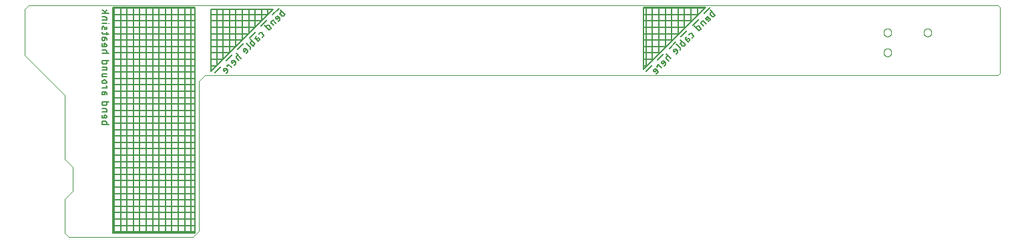
<source format=gbo>
G04 EAGLE Gerber X2 export*
%TF.Part,Single*%
%TF.FileFunction,Other,silk bottom*%
%TF.FilePolarity,Positive*%
%TF.GenerationSoftware,Autodesk,EAGLE,9.6.2*%
%TF.CreationDate,2022-07-13T20:55:59Z*%
G75*
%MOMM*%
%FSLAX34Y34*%
%LPD*%
%INsilk bottom*%
%AMOC8*
5,1,8,0,0,1.08239X$1,22.5*%
G01*
%ADD10C,0.000000*%
%ADD11C,0.152400*%


D10*
X0Y232410D02*
X50800Y181610D01*
X50800Y100330D01*
X60960Y90170D01*
X60960Y59690D01*
X50800Y49530D01*
X50800Y6350D01*
X55880Y1270D01*
X213360Y1270D01*
X1236980Y209550D02*
X1236980Y293370D01*
D11*
X796324Y219744D02*
X788670Y212090D01*
X803395Y226815D02*
X811049Y234469D01*
X818120Y241540D02*
X825774Y249194D01*
X832846Y256266D02*
X840500Y263920D01*
X847571Y270991D02*
X855225Y278645D01*
X862296Y285716D02*
X869950Y293370D01*
X863600Y293370D02*
X784860Y214630D01*
X784860Y293370D01*
X863600Y293370D01*
X789686Y219456D02*
X784860Y219456D01*
X784860Y227584D02*
X797814Y227584D01*
X805942Y235712D02*
X784860Y235712D01*
X784860Y243840D02*
X814070Y243840D01*
X822198Y251968D02*
X784860Y251968D01*
X784860Y260096D02*
X830326Y260096D01*
X838454Y268224D02*
X784860Y268224D01*
X784860Y276352D02*
X846582Y276352D01*
X854710Y284480D02*
X784860Y284480D01*
X784860Y292608D02*
X862838Y292608D01*
X788416Y293370D02*
X788416Y218186D01*
X796544Y226314D02*
X796544Y293370D01*
X804672Y293370D02*
X804672Y234442D01*
X812800Y242570D02*
X812800Y293370D01*
X820928Y293370D02*
X820928Y250698D01*
X829056Y258826D02*
X829056Y293370D01*
X837184Y293370D02*
X837184Y266954D01*
X845312Y275082D02*
X845312Y293370D01*
X853440Y293370D02*
X853440Y283210D01*
X861568Y291338D02*
X861568Y293370D01*
X869699Y289900D02*
X875806Y283794D01*
X874110Y282097D01*
X874055Y282046D01*
X873998Y281997D01*
X873938Y281951D01*
X873876Y281908D01*
X873812Y281869D01*
X873745Y281833D01*
X873677Y281800D01*
X873608Y281772D01*
X873537Y281746D01*
X873464Y281725D01*
X873391Y281707D01*
X873317Y281694D01*
X873242Y281684D01*
X873167Y281678D01*
X873092Y281676D01*
X873017Y281678D01*
X872942Y281684D01*
X872867Y281694D01*
X872793Y281707D01*
X872720Y281725D01*
X872647Y281746D01*
X872576Y281772D01*
X872507Y281800D01*
X872439Y281833D01*
X872373Y281869D01*
X872308Y281908D01*
X872246Y281951D01*
X872186Y281997D01*
X872129Y282046D01*
X872075Y282097D01*
X872074Y282097D02*
X870039Y284133D01*
X870038Y284133D02*
X869988Y284186D01*
X869941Y284242D01*
X869896Y284299D01*
X869854Y284359D01*
X869816Y284421D01*
X869781Y284485D01*
X869748Y284550D01*
X869720Y284617D01*
X869694Y284686D01*
X869673Y284755D01*
X869654Y284826D01*
X869640Y284897D01*
X869629Y284969D01*
X869621Y285042D01*
X869617Y285115D01*
X869617Y285187D01*
X869621Y285260D01*
X869629Y285333D01*
X869640Y285405D01*
X869654Y285476D01*
X869673Y285547D01*
X869694Y285616D01*
X869720Y285685D01*
X869748Y285752D01*
X869781Y285817D01*
X869816Y285881D01*
X869854Y285943D01*
X869896Y286003D01*
X869941Y286060D01*
X869988Y286116D01*
X870038Y286169D01*
X870039Y286168D02*
X871735Y287865D01*
X869233Y277220D02*
X867536Y275524D01*
X869233Y277220D02*
X869283Y277273D01*
X869330Y277329D01*
X869375Y277386D01*
X869417Y277446D01*
X869455Y277508D01*
X869490Y277572D01*
X869523Y277637D01*
X869551Y277704D01*
X869577Y277773D01*
X869598Y277842D01*
X869617Y277913D01*
X869631Y277984D01*
X869642Y278056D01*
X869650Y278129D01*
X869654Y278202D01*
X869654Y278274D01*
X869650Y278347D01*
X869642Y278420D01*
X869631Y278492D01*
X869617Y278563D01*
X869598Y278634D01*
X869577Y278703D01*
X869551Y278772D01*
X869523Y278839D01*
X869490Y278904D01*
X869455Y278968D01*
X869417Y279030D01*
X869375Y279090D01*
X869330Y279147D01*
X869283Y279203D01*
X869233Y279256D01*
X869233Y279255D02*
X867536Y280952D01*
X867473Y281012D01*
X867407Y281070D01*
X867339Y281124D01*
X867268Y281175D01*
X867195Y281223D01*
X867120Y281268D01*
X867042Y281309D01*
X866964Y281346D01*
X866883Y281380D01*
X866801Y281410D01*
X866718Y281437D01*
X866633Y281459D01*
X866548Y281478D01*
X866462Y281493D01*
X866375Y281504D01*
X866288Y281511D01*
X866201Y281514D01*
X866113Y281513D01*
X866026Y281508D01*
X865939Y281499D01*
X865853Y281486D01*
X865767Y281469D01*
X865682Y281449D01*
X865598Y281424D01*
X865516Y281396D01*
X865435Y281364D01*
X865355Y281328D01*
X865277Y281289D01*
X865201Y281246D01*
X865127Y281200D01*
X865055Y281150D01*
X864985Y281097D01*
X864918Y281041D01*
X864853Y280982D01*
X864792Y280921D01*
X864733Y280856D01*
X864677Y280789D01*
X864624Y280719D01*
X864574Y280647D01*
X864528Y280573D01*
X864485Y280497D01*
X864446Y280419D01*
X864410Y280339D01*
X864378Y280258D01*
X864350Y280176D01*
X864325Y280092D01*
X864305Y280007D01*
X864288Y279921D01*
X864275Y279835D01*
X864266Y279748D01*
X864261Y279661D01*
X864260Y279573D01*
X864263Y279486D01*
X864270Y279399D01*
X864281Y279312D01*
X864296Y279226D01*
X864315Y279141D01*
X864337Y279056D01*
X864364Y278973D01*
X864394Y278891D01*
X864428Y278811D01*
X864465Y278732D01*
X864506Y278654D01*
X864551Y278579D01*
X864599Y278506D01*
X864650Y278435D01*
X864704Y278367D01*
X864762Y278301D01*
X864822Y278238D01*
X865501Y277559D01*
X868215Y280273D01*
X864431Y272419D02*
X860360Y276490D01*
X858664Y274793D01*
X858613Y274738D01*
X858564Y274681D01*
X858518Y274621D01*
X858475Y274559D01*
X858436Y274495D01*
X858400Y274428D01*
X858367Y274360D01*
X858339Y274291D01*
X858313Y274220D01*
X858292Y274147D01*
X858274Y274074D01*
X858261Y274000D01*
X858251Y273925D01*
X858245Y273850D01*
X858243Y273775D01*
X858245Y273700D01*
X858251Y273625D01*
X858261Y273550D01*
X858274Y273476D01*
X858292Y273403D01*
X858313Y273330D01*
X858339Y273259D01*
X858367Y273190D01*
X858400Y273122D01*
X858436Y273056D01*
X858475Y272991D01*
X858518Y272929D01*
X858564Y272869D01*
X858613Y272812D01*
X858664Y272758D01*
X861717Y269704D01*
X855946Y263933D02*
X849839Y270040D01*
X855946Y263933D02*
X857642Y265629D01*
X857692Y265682D01*
X857739Y265738D01*
X857784Y265795D01*
X857826Y265855D01*
X857864Y265917D01*
X857899Y265981D01*
X857932Y266046D01*
X857960Y266113D01*
X857986Y266182D01*
X858007Y266251D01*
X858026Y266322D01*
X858040Y266393D01*
X858051Y266465D01*
X858059Y266538D01*
X858063Y266611D01*
X858063Y266683D01*
X858059Y266756D01*
X858051Y266829D01*
X858040Y266901D01*
X858026Y266972D01*
X858007Y267043D01*
X857986Y267112D01*
X857960Y267181D01*
X857932Y267248D01*
X857899Y267313D01*
X857864Y267377D01*
X857826Y267439D01*
X857784Y267499D01*
X857739Y267556D01*
X857692Y267612D01*
X857642Y267665D01*
X855607Y269700D01*
X855607Y269701D02*
X855552Y269752D01*
X855495Y269801D01*
X855435Y269847D01*
X855373Y269890D01*
X855309Y269929D01*
X855242Y269965D01*
X855174Y269998D01*
X855105Y270026D01*
X855034Y270052D01*
X854961Y270073D01*
X854888Y270091D01*
X854814Y270104D01*
X854739Y270114D01*
X854664Y270120D01*
X854589Y270122D01*
X854514Y270120D01*
X854439Y270114D01*
X854364Y270104D01*
X854290Y270091D01*
X854217Y270073D01*
X854144Y270052D01*
X854073Y270026D01*
X854004Y269998D01*
X853936Y269965D01*
X853870Y269929D01*
X853805Y269890D01*
X853743Y269847D01*
X853683Y269801D01*
X853626Y269752D01*
X853571Y269701D01*
X853571Y269700D02*
X851875Y268004D01*
X848316Y256303D02*
X846959Y254946D01*
X848316Y256303D02*
X848366Y256356D01*
X848413Y256412D01*
X848458Y256469D01*
X848500Y256529D01*
X848538Y256591D01*
X848573Y256655D01*
X848606Y256720D01*
X848634Y256787D01*
X848660Y256856D01*
X848681Y256925D01*
X848700Y256996D01*
X848714Y257067D01*
X848725Y257139D01*
X848733Y257212D01*
X848737Y257285D01*
X848737Y257357D01*
X848733Y257430D01*
X848725Y257503D01*
X848714Y257575D01*
X848700Y257646D01*
X848681Y257717D01*
X848660Y257786D01*
X848634Y257855D01*
X848606Y257922D01*
X848573Y257987D01*
X848538Y258051D01*
X848500Y258113D01*
X848458Y258173D01*
X848413Y258230D01*
X848366Y258286D01*
X848316Y258339D01*
X846280Y260374D01*
X846281Y260374D02*
X846226Y260425D01*
X846169Y260474D01*
X846109Y260520D01*
X846047Y260563D01*
X845983Y260602D01*
X845916Y260638D01*
X845848Y260671D01*
X845779Y260699D01*
X845708Y260725D01*
X845635Y260746D01*
X845562Y260764D01*
X845488Y260777D01*
X845413Y260787D01*
X845338Y260793D01*
X845263Y260795D01*
X845188Y260793D01*
X845113Y260787D01*
X845038Y260777D01*
X844964Y260764D01*
X844891Y260746D01*
X844818Y260725D01*
X844747Y260699D01*
X844678Y260671D01*
X844610Y260638D01*
X844544Y260602D01*
X844479Y260563D01*
X844417Y260520D01*
X844357Y260474D01*
X844300Y260425D01*
X844245Y260374D01*
X842888Y259017D01*
X840873Y253610D02*
X839347Y252083D01*
X840874Y253610D02*
X840932Y253666D01*
X840994Y253719D01*
X841058Y253769D01*
X841124Y253816D01*
X841192Y253860D01*
X841263Y253900D01*
X841335Y253937D01*
X841409Y253970D01*
X841485Y254000D01*
X841561Y254026D01*
X841640Y254048D01*
X841719Y254067D01*
X841798Y254081D01*
X841879Y254092D01*
X841960Y254099D01*
X842041Y254102D01*
X842122Y254101D01*
X842203Y254096D01*
X842283Y254087D01*
X842364Y254074D01*
X842443Y254058D01*
X842522Y254038D01*
X842599Y254013D01*
X842675Y253986D01*
X842750Y253954D01*
X842823Y253919D01*
X842895Y253880D01*
X842964Y253838D01*
X843031Y253793D01*
X843096Y253745D01*
X843159Y253693D01*
X843219Y253639D01*
X843277Y253581D01*
X843331Y253521D01*
X843383Y253458D01*
X843431Y253393D01*
X843476Y253326D01*
X843518Y253257D01*
X843557Y253185D01*
X843592Y253112D01*
X843624Y253037D01*
X843651Y252961D01*
X843676Y252884D01*
X843696Y252805D01*
X843712Y252726D01*
X843725Y252645D01*
X843734Y252565D01*
X843739Y252484D01*
X843740Y252403D01*
X843737Y252322D01*
X843730Y252241D01*
X843719Y252160D01*
X843705Y252081D01*
X843686Y252002D01*
X843664Y251923D01*
X843638Y251847D01*
X843608Y251771D01*
X843575Y251697D01*
X843538Y251625D01*
X843498Y251554D01*
X843454Y251486D01*
X843407Y251420D01*
X843357Y251356D01*
X843304Y251294D01*
X843248Y251236D01*
X843248Y251235D02*
X841721Y249708D01*
X838668Y252762D01*
X838618Y252815D01*
X838571Y252871D01*
X838526Y252928D01*
X838484Y252988D01*
X838446Y253050D01*
X838411Y253114D01*
X838378Y253179D01*
X838350Y253246D01*
X838324Y253315D01*
X838303Y253384D01*
X838284Y253455D01*
X838270Y253526D01*
X838259Y253598D01*
X838251Y253671D01*
X838247Y253744D01*
X838247Y253816D01*
X838251Y253889D01*
X838259Y253962D01*
X838270Y254034D01*
X838284Y254105D01*
X838303Y254176D01*
X838324Y254245D01*
X838350Y254314D01*
X838378Y254381D01*
X838411Y254446D01*
X838446Y254510D01*
X838484Y254572D01*
X838526Y254632D01*
X838571Y254689D01*
X838618Y254745D01*
X838669Y254798D01*
X838668Y254797D02*
X840025Y256154D01*
X832198Y252399D02*
X838305Y246292D01*
X836609Y244596D01*
X836554Y244545D01*
X836497Y244496D01*
X836437Y244450D01*
X836375Y244407D01*
X836311Y244368D01*
X836244Y244332D01*
X836176Y244299D01*
X836107Y244271D01*
X836036Y244245D01*
X835963Y244224D01*
X835890Y244206D01*
X835816Y244193D01*
X835741Y244183D01*
X835666Y244177D01*
X835591Y244175D01*
X835516Y244177D01*
X835441Y244183D01*
X835366Y244193D01*
X835292Y244206D01*
X835219Y244224D01*
X835146Y244245D01*
X835075Y244271D01*
X835006Y244299D01*
X834938Y244332D01*
X834872Y244368D01*
X834807Y244407D01*
X834745Y244450D01*
X834685Y244496D01*
X834628Y244545D01*
X834574Y244596D01*
X834573Y244596D02*
X832538Y246631D01*
X832537Y246631D02*
X832487Y246684D01*
X832440Y246740D01*
X832395Y246797D01*
X832353Y246857D01*
X832315Y246919D01*
X832280Y246983D01*
X832247Y247048D01*
X832219Y247115D01*
X832193Y247184D01*
X832172Y247253D01*
X832153Y247324D01*
X832139Y247395D01*
X832128Y247467D01*
X832120Y247540D01*
X832116Y247613D01*
X832116Y247685D01*
X832120Y247758D01*
X832128Y247831D01*
X832139Y247903D01*
X832153Y247974D01*
X832172Y248045D01*
X832193Y248114D01*
X832219Y248183D01*
X832247Y248250D01*
X832280Y248315D01*
X832315Y248379D01*
X832353Y248441D01*
X832395Y248501D01*
X832440Y248558D01*
X832487Y248614D01*
X832537Y248667D01*
X832538Y248667D02*
X834234Y250363D01*
X826615Y246815D02*
X831704Y241727D01*
X831755Y241672D01*
X831804Y241615D01*
X831850Y241555D01*
X831893Y241493D01*
X831932Y241429D01*
X831968Y241362D01*
X832001Y241294D01*
X832029Y241225D01*
X832055Y241154D01*
X832076Y241081D01*
X832094Y241008D01*
X832107Y240934D01*
X832117Y240859D01*
X832123Y240784D01*
X832125Y240709D01*
X832123Y240634D01*
X832117Y240559D01*
X832107Y240484D01*
X832094Y240410D01*
X832076Y240337D01*
X832055Y240264D01*
X832029Y240193D01*
X832001Y240124D01*
X831968Y240056D01*
X831932Y239990D01*
X831893Y239925D01*
X831850Y239863D01*
X831804Y239803D01*
X831755Y239746D01*
X831704Y239691D01*
X828283Y236270D02*
X826587Y234574D01*
X828283Y236270D02*
X828333Y236323D01*
X828380Y236379D01*
X828425Y236436D01*
X828467Y236496D01*
X828505Y236558D01*
X828540Y236622D01*
X828573Y236687D01*
X828601Y236754D01*
X828627Y236823D01*
X828648Y236892D01*
X828667Y236963D01*
X828681Y237034D01*
X828692Y237106D01*
X828700Y237179D01*
X828704Y237252D01*
X828704Y237324D01*
X828700Y237397D01*
X828692Y237470D01*
X828681Y237542D01*
X828667Y237613D01*
X828648Y237684D01*
X828627Y237753D01*
X828601Y237822D01*
X828573Y237889D01*
X828540Y237954D01*
X828505Y238018D01*
X828467Y238080D01*
X828425Y238140D01*
X828380Y238197D01*
X828333Y238253D01*
X828283Y238306D01*
X826587Y240002D01*
X826524Y240062D01*
X826458Y240120D01*
X826390Y240174D01*
X826319Y240225D01*
X826246Y240273D01*
X826171Y240318D01*
X826093Y240359D01*
X826015Y240396D01*
X825934Y240430D01*
X825852Y240460D01*
X825769Y240487D01*
X825684Y240509D01*
X825599Y240528D01*
X825513Y240543D01*
X825426Y240554D01*
X825339Y240561D01*
X825252Y240564D01*
X825164Y240563D01*
X825077Y240558D01*
X824990Y240549D01*
X824904Y240536D01*
X824818Y240519D01*
X824733Y240499D01*
X824649Y240474D01*
X824567Y240446D01*
X824486Y240414D01*
X824406Y240378D01*
X824328Y240339D01*
X824252Y240296D01*
X824178Y240250D01*
X824106Y240200D01*
X824036Y240147D01*
X823969Y240091D01*
X823904Y240032D01*
X823843Y239971D01*
X823784Y239906D01*
X823728Y239839D01*
X823675Y239769D01*
X823625Y239697D01*
X823579Y239623D01*
X823536Y239547D01*
X823497Y239469D01*
X823461Y239389D01*
X823429Y239308D01*
X823401Y239226D01*
X823376Y239142D01*
X823356Y239057D01*
X823339Y238971D01*
X823326Y238885D01*
X823317Y238798D01*
X823312Y238711D01*
X823311Y238623D01*
X823314Y238536D01*
X823321Y238449D01*
X823332Y238362D01*
X823347Y238276D01*
X823366Y238191D01*
X823388Y238106D01*
X823415Y238023D01*
X823445Y237941D01*
X823479Y237861D01*
X823516Y237782D01*
X823557Y237704D01*
X823602Y237629D01*
X823650Y237556D01*
X823701Y237485D01*
X823755Y237417D01*
X823813Y237351D01*
X823873Y237288D01*
X824551Y236609D01*
X827265Y239323D01*
X820033Y228020D02*
X813927Y234127D01*
X815962Y232091D02*
X814266Y230395D01*
X814215Y230340D01*
X814166Y230283D01*
X814120Y230223D01*
X814077Y230161D01*
X814038Y230097D01*
X814002Y230030D01*
X813969Y229962D01*
X813941Y229893D01*
X813915Y229822D01*
X813894Y229749D01*
X813876Y229676D01*
X813863Y229602D01*
X813853Y229527D01*
X813847Y229452D01*
X813845Y229377D01*
X813847Y229302D01*
X813853Y229227D01*
X813863Y229152D01*
X813876Y229078D01*
X813894Y229005D01*
X813915Y228932D01*
X813941Y228861D01*
X813969Y228792D01*
X814002Y228724D01*
X814038Y228658D01*
X814077Y228593D01*
X814120Y228531D01*
X814166Y228471D01*
X814215Y228414D01*
X814266Y228360D01*
X814266Y228359D02*
X817319Y225306D01*
X813196Y221183D02*
X811500Y219487D01*
X813197Y221183D02*
X813247Y221236D01*
X813294Y221292D01*
X813339Y221349D01*
X813381Y221409D01*
X813419Y221471D01*
X813454Y221535D01*
X813487Y221600D01*
X813515Y221667D01*
X813541Y221736D01*
X813562Y221805D01*
X813581Y221876D01*
X813595Y221947D01*
X813606Y222019D01*
X813614Y222092D01*
X813618Y222165D01*
X813618Y222237D01*
X813614Y222310D01*
X813606Y222383D01*
X813595Y222455D01*
X813581Y222526D01*
X813562Y222597D01*
X813541Y222666D01*
X813515Y222735D01*
X813487Y222802D01*
X813454Y222867D01*
X813419Y222931D01*
X813381Y222993D01*
X813339Y223053D01*
X813294Y223110D01*
X813247Y223166D01*
X813197Y223219D01*
X813196Y223219D02*
X811500Y224915D01*
X811437Y224975D01*
X811371Y225033D01*
X811303Y225087D01*
X811232Y225138D01*
X811159Y225186D01*
X811084Y225231D01*
X811006Y225272D01*
X810928Y225309D01*
X810847Y225343D01*
X810765Y225373D01*
X810682Y225400D01*
X810597Y225422D01*
X810512Y225441D01*
X810426Y225456D01*
X810339Y225467D01*
X810252Y225474D01*
X810165Y225477D01*
X810077Y225476D01*
X809990Y225471D01*
X809903Y225462D01*
X809817Y225449D01*
X809731Y225432D01*
X809646Y225412D01*
X809562Y225387D01*
X809480Y225359D01*
X809399Y225327D01*
X809319Y225291D01*
X809241Y225252D01*
X809165Y225209D01*
X809091Y225163D01*
X809019Y225113D01*
X808949Y225060D01*
X808882Y225004D01*
X808817Y224945D01*
X808756Y224884D01*
X808697Y224819D01*
X808641Y224752D01*
X808588Y224682D01*
X808538Y224610D01*
X808492Y224536D01*
X808449Y224460D01*
X808410Y224382D01*
X808374Y224302D01*
X808342Y224221D01*
X808314Y224139D01*
X808289Y224055D01*
X808269Y223970D01*
X808252Y223884D01*
X808239Y223798D01*
X808230Y223711D01*
X808225Y223624D01*
X808224Y223536D01*
X808227Y223449D01*
X808234Y223362D01*
X808245Y223275D01*
X808260Y223189D01*
X808279Y223104D01*
X808301Y223019D01*
X808328Y222936D01*
X808358Y222854D01*
X808392Y222774D01*
X808429Y222695D01*
X808470Y222617D01*
X808515Y222542D01*
X808563Y222469D01*
X808614Y222398D01*
X808668Y222330D01*
X808726Y222264D01*
X808786Y222201D01*
X809465Y221522D01*
X812179Y224236D01*
X808341Y216328D02*
X804270Y220399D01*
X802234Y218363D01*
X802913Y217685D01*
X803067Y211053D02*
X801371Y209357D01*
X803067Y211053D02*
X803117Y211106D01*
X803164Y211162D01*
X803209Y211219D01*
X803251Y211279D01*
X803289Y211341D01*
X803324Y211405D01*
X803357Y211470D01*
X803385Y211537D01*
X803411Y211606D01*
X803432Y211675D01*
X803451Y211746D01*
X803465Y211817D01*
X803476Y211889D01*
X803484Y211962D01*
X803488Y212035D01*
X803488Y212107D01*
X803484Y212180D01*
X803476Y212253D01*
X803465Y212325D01*
X803451Y212396D01*
X803432Y212467D01*
X803411Y212536D01*
X803385Y212605D01*
X803357Y212672D01*
X803324Y212737D01*
X803289Y212801D01*
X803251Y212863D01*
X803209Y212923D01*
X803164Y212980D01*
X803117Y213036D01*
X803067Y213089D01*
X801371Y214785D01*
X801308Y214845D01*
X801242Y214903D01*
X801174Y214957D01*
X801103Y215008D01*
X801030Y215056D01*
X800955Y215101D01*
X800877Y215142D01*
X800799Y215179D01*
X800718Y215213D01*
X800636Y215243D01*
X800553Y215270D01*
X800468Y215292D01*
X800383Y215311D01*
X800297Y215326D01*
X800210Y215337D01*
X800123Y215344D01*
X800036Y215347D01*
X799948Y215346D01*
X799861Y215341D01*
X799774Y215332D01*
X799688Y215319D01*
X799602Y215302D01*
X799517Y215282D01*
X799433Y215257D01*
X799351Y215229D01*
X799270Y215197D01*
X799190Y215161D01*
X799112Y215122D01*
X799036Y215079D01*
X798962Y215033D01*
X798890Y214983D01*
X798820Y214930D01*
X798753Y214874D01*
X798688Y214815D01*
X798627Y214754D01*
X798568Y214689D01*
X798512Y214622D01*
X798459Y214552D01*
X798409Y214480D01*
X798363Y214406D01*
X798320Y214330D01*
X798281Y214252D01*
X798245Y214172D01*
X798213Y214091D01*
X798185Y214009D01*
X798160Y213925D01*
X798140Y213840D01*
X798123Y213754D01*
X798110Y213668D01*
X798101Y213581D01*
X798096Y213494D01*
X798095Y213406D01*
X798098Y213319D01*
X798105Y213232D01*
X798116Y213145D01*
X798131Y213059D01*
X798150Y212974D01*
X798172Y212889D01*
X798199Y212806D01*
X798229Y212724D01*
X798263Y212644D01*
X798300Y212565D01*
X798341Y212487D01*
X798386Y212412D01*
X798434Y212339D01*
X798485Y212268D01*
X798539Y212200D01*
X798597Y212134D01*
X798657Y212071D01*
X799335Y211393D01*
X802049Y214107D01*
X107188Y145020D02*
X98552Y145020D01*
X98552Y147419D01*
X98554Y147494D01*
X98560Y147569D01*
X98570Y147644D01*
X98583Y147718D01*
X98601Y147791D01*
X98622Y147864D01*
X98648Y147935D01*
X98676Y148004D01*
X98709Y148072D01*
X98745Y148138D01*
X98784Y148203D01*
X98827Y148265D01*
X98873Y148325D01*
X98922Y148382D01*
X98973Y148437D01*
X99028Y148488D01*
X99085Y148537D01*
X99145Y148583D01*
X99207Y148626D01*
X99271Y148665D01*
X99338Y148701D01*
X99406Y148734D01*
X99475Y148762D01*
X99546Y148788D01*
X99619Y148809D01*
X99692Y148827D01*
X99766Y148840D01*
X99841Y148850D01*
X99916Y148856D01*
X99991Y148858D01*
X102870Y148858D01*
X102945Y148856D01*
X103020Y148850D01*
X103095Y148840D01*
X103169Y148827D01*
X103242Y148809D01*
X103315Y148788D01*
X103386Y148762D01*
X103455Y148734D01*
X103523Y148701D01*
X103590Y148665D01*
X103654Y148626D01*
X103716Y148583D01*
X103776Y148537D01*
X103833Y148488D01*
X103888Y148437D01*
X103939Y148382D01*
X103988Y148325D01*
X104034Y148265D01*
X104077Y148203D01*
X104116Y148139D01*
X104152Y148072D01*
X104185Y148004D01*
X104213Y147935D01*
X104239Y147864D01*
X104260Y147791D01*
X104278Y147718D01*
X104291Y147644D01*
X104301Y147569D01*
X104307Y147494D01*
X104309Y147419D01*
X104309Y145020D01*
X98552Y154317D02*
X98552Y156715D01*
X98552Y154317D02*
X98554Y154242D01*
X98560Y154167D01*
X98570Y154092D01*
X98583Y154018D01*
X98601Y153945D01*
X98622Y153872D01*
X98648Y153801D01*
X98676Y153732D01*
X98709Y153664D01*
X98745Y153598D01*
X98784Y153533D01*
X98827Y153471D01*
X98873Y153411D01*
X98922Y153354D01*
X98973Y153299D01*
X99028Y153248D01*
X99085Y153199D01*
X99145Y153153D01*
X99207Y153110D01*
X99272Y153071D01*
X99338Y153035D01*
X99406Y153002D01*
X99475Y152974D01*
X99546Y152948D01*
X99619Y152927D01*
X99692Y152909D01*
X99766Y152896D01*
X99841Y152886D01*
X99916Y152880D01*
X99991Y152878D01*
X99991Y152877D02*
X102390Y152877D01*
X102476Y152879D01*
X102562Y152885D01*
X102648Y152894D01*
X102733Y152908D01*
X102817Y152925D01*
X102901Y152946D01*
X102983Y152971D01*
X103064Y152999D01*
X103144Y153031D01*
X103223Y153067D01*
X103299Y153106D01*
X103374Y153149D01*
X103447Y153194D01*
X103518Y153243D01*
X103586Y153296D01*
X103653Y153351D01*
X103716Y153409D01*
X103777Y153470D01*
X103835Y153533D01*
X103890Y153600D01*
X103943Y153668D01*
X103992Y153739D01*
X104037Y153812D01*
X104080Y153887D01*
X104119Y153963D01*
X104155Y154042D01*
X104187Y154122D01*
X104215Y154203D01*
X104240Y154285D01*
X104261Y154369D01*
X104278Y154453D01*
X104292Y154538D01*
X104301Y154624D01*
X104307Y154710D01*
X104309Y154796D01*
X104307Y154882D01*
X104301Y154968D01*
X104292Y155054D01*
X104278Y155139D01*
X104261Y155223D01*
X104240Y155307D01*
X104215Y155389D01*
X104187Y155470D01*
X104155Y155550D01*
X104119Y155629D01*
X104080Y155705D01*
X104037Y155780D01*
X103992Y155853D01*
X103943Y155924D01*
X103890Y155992D01*
X103835Y156059D01*
X103777Y156122D01*
X103716Y156183D01*
X103653Y156241D01*
X103586Y156296D01*
X103518Y156349D01*
X103447Y156398D01*
X103374Y156443D01*
X103299Y156486D01*
X103223Y156525D01*
X103144Y156561D01*
X103064Y156593D01*
X102983Y156621D01*
X102901Y156646D01*
X102817Y156667D01*
X102733Y156684D01*
X102648Y156698D01*
X102562Y156707D01*
X102476Y156713D01*
X102390Y156715D01*
X101431Y156715D01*
X101431Y152877D01*
X104309Y161107D02*
X98552Y161107D01*
X104309Y161107D02*
X104309Y163506D01*
X104307Y163581D01*
X104301Y163656D01*
X104291Y163731D01*
X104278Y163805D01*
X104260Y163878D01*
X104239Y163951D01*
X104213Y164022D01*
X104185Y164091D01*
X104152Y164159D01*
X104116Y164226D01*
X104077Y164290D01*
X104034Y164352D01*
X103988Y164412D01*
X103939Y164469D01*
X103888Y164524D01*
X103833Y164575D01*
X103776Y164624D01*
X103716Y164670D01*
X103654Y164713D01*
X103590Y164752D01*
X103523Y164788D01*
X103455Y164821D01*
X103386Y164849D01*
X103315Y164875D01*
X103242Y164896D01*
X103169Y164914D01*
X103095Y164927D01*
X103020Y164937D01*
X102945Y164943D01*
X102870Y164945D01*
X98552Y164945D01*
X98552Y173107D02*
X107188Y173107D01*
X98552Y173107D02*
X98552Y170708D01*
X98554Y170633D01*
X98560Y170558D01*
X98570Y170483D01*
X98583Y170409D01*
X98601Y170336D01*
X98622Y170263D01*
X98648Y170192D01*
X98676Y170123D01*
X98709Y170055D01*
X98745Y169989D01*
X98784Y169924D01*
X98827Y169862D01*
X98873Y169802D01*
X98922Y169745D01*
X98973Y169690D01*
X99028Y169639D01*
X99085Y169590D01*
X99145Y169544D01*
X99207Y169501D01*
X99272Y169462D01*
X99338Y169426D01*
X99406Y169393D01*
X99475Y169365D01*
X99546Y169339D01*
X99619Y169318D01*
X99692Y169300D01*
X99766Y169287D01*
X99841Y169277D01*
X99916Y169271D01*
X99991Y169269D01*
X102870Y169269D01*
X102945Y169271D01*
X103020Y169277D01*
X103095Y169287D01*
X103169Y169300D01*
X103242Y169318D01*
X103315Y169339D01*
X103386Y169365D01*
X103455Y169393D01*
X103523Y169426D01*
X103590Y169462D01*
X103654Y169501D01*
X103716Y169544D01*
X103776Y169590D01*
X103833Y169639D01*
X103888Y169690D01*
X103939Y169745D01*
X103988Y169802D01*
X104034Y169862D01*
X104077Y169924D01*
X104116Y169989D01*
X104152Y170055D01*
X104185Y170123D01*
X104213Y170192D01*
X104239Y170263D01*
X104260Y170336D01*
X104278Y170409D01*
X104291Y170483D01*
X104301Y170558D01*
X104307Y170633D01*
X104309Y170708D01*
X104309Y173107D01*
X101910Y184054D02*
X101910Y186213D01*
X101910Y184054D02*
X101908Y183973D01*
X101902Y183892D01*
X101892Y183811D01*
X101879Y183731D01*
X101861Y183652D01*
X101840Y183574D01*
X101815Y183497D01*
X101786Y183421D01*
X101754Y183346D01*
X101718Y183274D01*
X101678Y183203D01*
X101635Y183134D01*
X101589Y183067D01*
X101540Y183003D01*
X101488Y182941D01*
X101432Y182881D01*
X101374Y182825D01*
X101314Y182771D01*
X101250Y182720D01*
X101185Y182672D01*
X101117Y182628D01*
X101047Y182587D01*
X100975Y182549D01*
X100902Y182515D01*
X100826Y182484D01*
X100750Y182457D01*
X100672Y182434D01*
X100593Y182415D01*
X100514Y182399D01*
X100433Y182387D01*
X100353Y182379D01*
X100272Y182375D01*
X100190Y182375D01*
X100109Y182379D01*
X100029Y182387D01*
X99948Y182399D01*
X99869Y182415D01*
X99790Y182434D01*
X99712Y182457D01*
X99636Y182484D01*
X99560Y182515D01*
X99487Y182549D01*
X99415Y182587D01*
X99345Y182628D01*
X99277Y182672D01*
X99212Y182720D01*
X99148Y182771D01*
X99088Y182825D01*
X99030Y182881D01*
X98974Y182941D01*
X98922Y183003D01*
X98873Y183067D01*
X98827Y183134D01*
X98784Y183203D01*
X98744Y183274D01*
X98708Y183346D01*
X98676Y183421D01*
X98647Y183497D01*
X98622Y183574D01*
X98601Y183652D01*
X98583Y183731D01*
X98570Y183811D01*
X98560Y183892D01*
X98554Y183973D01*
X98552Y184054D01*
X98552Y186213D01*
X102870Y186213D01*
X102945Y186211D01*
X103020Y186205D01*
X103095Y186195D01*
X103169Y186182D01*
X103242Y186164D01*
X103315Y186143D01*
X103386Y186117D01*
X103455Y186089D01*
X103523Y186056D01*
X103590Y186020D01*
X103654Y185981D01*
X103716Y185938D01*
X103776Y185892D01*
X103833Y185843D01*
X103888Y185792D01*
X103939Y185737D01*
X103988Y185680D01*
X104034Y185620D01*
X104077Y185558D01*
X104116Y185494D01*
X104152Y185427D01*
X104185Y185359D01*
X104213Y185290D01*
X104239Y185219D01*
X104260Y185146D01*
X104278Y185073D01*
X104291Y184999D01*
X104301Y184924D01*
X104307Y184849D01*
X104309Y184774D01*
X104309Y182855D01*
X104309Y191053D02*
X98552Y191053D01*
X104309Y191053D02*
X104309Y193932D01*
X103350Y193932D01*
X102390Y197073D02*
X100471Y197073D01*
X102390Y197073D02*
X102476Y197075D01*
X102562Y197081D01*
X102648Y197090D01*
X102733Y197104D01*
X102817Y197121D01*
X102901Y197142D01*
X102983Y197167D01*
X103064Y197195D01*
X103144Y197227D01*
X103223Y197263D01*
X103299Y197302D01*
X103374Y197345D01*
X103447Y197390D01*
X103518Y197439D01*
X103586Y197492D01*
X103653Y197547D01*
X103716Y197605D01*
X103777Y197666D01*
X103835Y197729D01*
X103890Y197796D01*
X103943Y197864D01*
X103992Y197935D01*
X104037Y198008D01*
X104080Y198083D01*
X104119Y198159D01*
X104155Y198238D01*
X104187Y198318D01*
X104215Y198399D01*
X104240Y198481D01*
X104261Y198565D01*
X104278Y198649D01*
X104292Y198734D01*
X104301Y198820D01*
X104307Y198906D01*
X104309Y198992D01*
X104307Y199078D01*
X104301Y199164D01*
X104292Y199250D01*
X104278Y199335D01*
X104261Y199419D01*
X104240Y199503D01*
X104215Y199585D01*
X104187Y199666D01*
X104155Y199746D01*
X104119Y199825D01*
X104080Y199901D01*
X104037Y199976D01*
X103992Y200049D01*
X103943Y200120D01*
X103890Y200188D01*
X103835Y200255D01*
X103777Y200318D01*
X103716Y200379D01*
X103653Y200437D01*
X103586Y200492D01*
X103518Y200545D01*
X103447Y200594D01*
X103374Y200639D01*
X103299Y200682D01*
X103223Y200721D01*
X103144Y200757D01*
X103064Y200789D01*
X102983Y200817D01*
X102901Y200842D01*
X102817Y200863D01*
X102733Y200880D01*
X102648Y200894D01*
X102562Y200903D01*
X102476Y200909D01*
X102390Y200911D01*
X100471Y200911D01*
X100385Y200909D01*
X100299Y200903D01*
X100213Y200894D01*
X100128Y200880D01*
X100044Y200863D01*
X99960Y200842D01*
X99878Y200817D01*
X99797Y200789D01*
X99717Y200757D01*
X99638Y200721D01*
X99562Y200682D01*
X99487Y200639D01*
X99414Y200594D01*
X99343Y200545D01*
X99275Y200492D01*
X99208Y200437D01*
X99145Y200379D01*
X99084Y200318D01*
X99026Y200255D01*
X98971Y200188D01*
X98918Y200120D01*
X98869Y200049D01*
X98824Y199976D01*
X98781Y199901D01*
X98742Y199825D01*
X98706Y199746D01*
X98674Y199666D01*
X98646Y199585D01*
X98621Y199503D01*
X98600Y199419D01*
X98583Y199335D01*
X98569Y199250D01*
X98560Y199164D01*
X98554Y199078D01*
X98552Y198992D01*
X98554Y198906D01*
X98560Y198820D01*
X98569Y198734D01*
X98583Y198649D01*
X98600Y198565D01*
X98621Y198481D01*
X98646Y198399D01*
X98674Y198318D01*
X98706Y198238D01*
X98742Y198159D01*
X98781Y198083D01*
X98824Y198008D01*
X98869Y197935D01*
X98918Y197864D01*
X98971Y197796D01*
X99026Y197729D01*
X99084Y197666D01*
X99145Y197605D01*
X99208Y197547D01*
X99275Y197492D01*
X99343Y197439D01*
X99414Y197390D01*
X99487Y197345D01*
X99562Y197302D01*
X99638Y197263D01*
X99717Y197227D01*
X99797Y197195D01*
X99878Y197167D01*
X99960Y197142D01*
X100044Y197121D01*
X100128Y197104D01*
X100213Y197090D01*
X100299Y197081D01*
X100385Y197075D01*
X100471Y197073D01*
X99991Y205303D02*
X104309Y205303D01*
X99991Y205303D02*
X99916Y205305D01*
X99841Y205311D01*
X99766Y205321D01*
X99692Y205334D01*
X99619Y205352D01*
X99546Y205373D01*
X99475Y205399D01*
X99406Y205427D01*
X99338Y205460D01*
X99272Y205496D01*
X99207Y205535D01*
X99145Y205578D01*
X99085Y205624D01*
X99028Y205673D01*
X98973Y205724D01*
X98922Y205779D01*
X98873Y205836D01*
X98827Y205896D01*
X98784Y205958D01*
X98745Y206023D01*
X98709Y206089D01*
X98676Y206157D01*
X98648Y206226D01*
X98622Y206297D01*
X98601Y206370D01*
X98583Y206443D01*
X98570Y206517D01*
X98560Y206592D01*
X98554Y206667D01*
X98552Y206742D01*
X98552Y209141D01*
X104309Y209141D01*
X104309Y213837D02*
X98552Y213837D01*
X104309Y213837D02*
X104309Y216236D01*
X104307Y216311D01*
X104301Y216386D01*
X104291Y216461D01*
X104278Y216535D01*
X104260Y216608D01*
X104239Y216681D01*
X104213Y216752D01*
X104185Y216821D01*
X104152Y216889D01*
X104116Y216956D01*
X104077Y217020D01*
X104034Y217082D01*
X103988Y217142D01*
X103939Y217199D01*
X103888Y217254D01*
X103833Y217305D01*
X103776Y217354D01*
X103716Y217400D01*
X103654Y217443D01*
X103590Y217482D01*
X103523Y217518D01*
X103455Y217551D01*
X103386Y217579D01*
X103315Y217605D01*
X103242Y217626D01*
X103169Y217644D01*
X103095Y217657D01*
X103020Y217667D01*
X102945Y217673D01*
X102870Y217675D01*
X98552Y217675D01*
X98552Y225837D02*
X107188Y225837D01*
X98552Y225837D02*
X98552Y223438D01*
X98554Y223363D01*
X98560Y223288D01*
X98570Y223213D01*
X98583Y223139D01*
X98601Y223066D01*
X98622Y222993D01*
X98648Y222922D01*
X98676Y222853D01*
X98709Y222785D01*
X98745Y222719D01*
X98784Y222654D01*
X98827Y222592D01*
X98873Y222532D01*
X98922Y222475D01*
X98973Y222420D01*
X99028Y222369D01*
X99085Y222320D01*
X99145Y222274D01*
X99207Y222231D01*
X99272Y222192D01*
X99338Y222156D01*
X99406Y222123D01*
X99475Y222095D01*
X99546Y222069D01*
X99619Y222048D01*
X99692Y222030D01*
X99766Y222017D01*
X99841Y222007D01*
X99916Y222001D01*
X99991Y221999D01*
X102870Y221999D01*
X102945Y222001D01*
X103020Y222007D01*
X103095Y222017D01*
X103169Y222030D01*
X103242Y222048D01*
X103315Y222069D01*
X103386Y222095D01*
X103455Y222123D01*
X103523Y222156D01*
X103590Y222192D01*
X103654Y222231D01*
X103716Y222274D01*
X103776Y222320D01*
X103833Y222369D01*
X103888Y222420D01*
X103939Y222475D01*
X103988Y222532D01*
X104034Y222592D01*
X104077Y222654D01*
X104116Y222719D01*
X104152Y222785D01*
X104185Y222853D01*
X104213Y222922D01*
X104239Y222993D01*
X104260Y223066D01*
X104278Y223139D01*
X104291Y223213D01*
X104301Y223288D01*
X104307Y223363D01*
X104309Y223438D01*
X104309Y225837D01*
X107188Y235478D02*
X98552Y235478D01*
X104309Y235478D02*
X104309Y237876D01*
X104307Y237951D01*
X104301Y238026D01*
X104291Y238101D01*
X104278Y238175D01*
X104260Y238248D01*
X104239Y238321D01*
X104213Y238392D01*
X104185Y238461D01*
X104152Y238529D01*
X104116Y238596D01*
X104077Y238660D01*
X104034Y238722D01*
X103988Y238782D01*
X103939Y238839D01*
X103888Y238894D01*
X103833Y238945D01*
X103776Y238994D01*
X103716Y239040D01*
X103654Y239083D01*
X103590Y239122D01*
X103523Y239158D01*
X103455Y239191D01*
X103386Y239219D01*
X103315Y239245D01*
X103242Y239266D01*
X103169Y239284D01*
X103095Y239297D01*
X103020Y239307D01*
X102945Y239313D01*
X102870Y239315D01*
X102870Y239316D02*
X98552Y239316D01*
X98552Y245146D02*
X98552Y247545D01*
X98552Y245146D02*
X98554Y245071D01*
X98560Y244996D01*
X98570Y244921D01*
X98583Y244847D01*
X98601Y244774D01*
X98622Y244701D01*
X98648Y244630D01*
X98676Y244561D01*
X98709Y244493D01*
X98745Y244427D01*
X98784Y244362D01*
X98827Y244300D01*
X98873Y244240D01*
X98922Y244183D01*
X98973Y244128D01*
X99028Y244077D01*
X99085Y244028D01*
X99145Y243982D01*
X99207Y243939D01*
X99272Y243900D01*
X99338Y243864D01*
X99406Y243831D01*
X99475Y243803D01*
X99546Y243777D01*
X99619Y243756D01*
X99692Y243738D01*
X99766Y243725D01*
X99841Y243715D01*
X99916Y243709D01*
X99991Y243707D01*
X102390Y243707D01*
X102476Y243709D01*
X102562Y243715D01*
X102648Y243724D01*
X102733Y243738D01*
X102817Y243755D01*
X102901Y243776D01*
X102983Y243801D01*
X103064Y243829D01*
X103144Y243861D01*
X103223Y243897D01*
X103299Y243936D01*
X103374Y243979D01*
X103447Y244024D01*
X103518Y244073D01*
X103586Y244126D01*
X103653Y244181D01*
X103716Y244239D01*
X103777Y244300D01*
X103835Y244363D01*
X103890Y244430D01*
X103943Y244498D01*
X103992Y244569D01*
X104037Y244642D01*
X104080Y244717D01*
X104119Y244793D01*
X104155Y244872D01*
X104187Y244952D01*
X104215Y245033D01*
X104240Y245115D01*
X104261Y245199D01*
X104278Y245283D01*
X104292Y245368D01*
X104301Y245454D01*
X104307Y245540D01*
X104309Y245626D01*
X104307Y245712D01*
X104301Y245798D01*
X104292Y245884D01*
X104278Y245969D01*
X104261Y246053D01*
X104240Y246137D01*
X104215Y246219D01*
X104187Y246300D01*
X104155Y246380D01*
X104119Y246459D01*
X104080Y246535D01*
X104037Y246610D01*
X103992Y246683D01*
X103943Y246754D01*
X103890Y246822D01*
X103835Y246889D01*
X103777Y246952D01*
X103716Y247013D01*
X103653Y247071D01*
X103586Y247126D01*
X103518Y247179D01*
X103447Y247228D01*
X103374Y247273D01*
X103299Y247316D01*
X103223Y247355D01*
X103144Y247391D01*
X103064Y247423D01*
X102983Y247451D01*
X102901Y247476D01*
X102817Y247497D01*
X102733Y247514D01*
X102648Y247528D01*
X102562Y247537D01*
X102476Y247543D01*
X102390Y247545D01*
X101431Y247545D01*
X101431Y243707D01*
X101910Y253243D02*
X101910Y255402D01*
X101910Y253243D02*
X101908Y253162D01*
X101902Y253081D01*
X101892Y253000D01*
X101879Y252920D01*
X101861Y252841D01*
X101840Y252763D01*
X101815Y252686D01*
X101786Y252610D01*
X101754Y252535D01*
X101718Y252463D01*
X101678Y252392D01*
X101635Y252323D01*
X101589Y252256D01*
X101540Y252192D01*
X101488Y252130D01*
X101432Y252070D01*
X101374Y252014D01*
X101314Y251960D01*
X101250Y251909D01*
X101185Y251861D01*
X101117Y251817D01*
X101047Y251776D01*
X100975Y251738D01*
X100902Y251704D01*
X100826Y251673D01*
X100750Y251646D01*
X100672Y251623D01*
X100593Y251604D01*
X100514Y251588D01*
X100433Y251576D01*
X100353Y251568D01*
X100272Y251564D01*
X100190Y251564D01*
X100109Y251568D01*
X100029Y251576D01*
X99948Y251588D01*
X99869Y251604D01*
X99790Y251623D01*
X99712Y251646D01*
X99636Y251673D01*
X99560Y251704D01*
X99487Y251738D01*
X99415Y251776D01*
X99345Y251817D01*
X99277Y251861D01*
X99212Y251909D01*
X99148Y251960D01*
X99088Y252014D01*
X99030Y252070D01*
X98974Y252130D01*
X98922Y252192D01*
X98873Y252256D01*
X98827Y252323D01*
X98784Y252392D01*
X98744Y252463D01*
X98708Y252535D01*
X98676Y252610D01*
X98647Y252686D01*
X98622Y252763D01*
X98601Y252841D01*
X98583Y252920D01*
X98570Y253000D01*
X98560Y253081D01*
X98554Y253162D01*
X98552Y253243D01*
X98552Y255402D01*
X102870Y255402D01*
X102945Y255400D01*
X103020Y255394D01*
X103095Y255384D01*
X103169Y255371D01*
X103242Y255353D01*
X103315Y255332D01*
X103386Y255306D01*
X103455Y255278D01*
X103523Y255245D01*
X103590Y255209D01*
X103654Y255170D01*
X103716Y255127D01*
X103776Y255081D01*
X103833Y255032D01*
X103888Y254981D01*
X103939Y254926D01*
X103988Y254869D01*
X104034Y254809D01*
X104077Y254747D01*
X104116Y254683D01*
X104152Y254616D01*
X104185Y254548D01*
X104213Y254479D01*
X104239Y254408D01*
X104260Y254335D01*
X104278Y254262D01*
X104291Y254188D01*
X104301Y254113D01*
X104307Y254038D01*
X104309Y253963D01*
X104309Y252044D01*
X104309Y259016D02*
X104309Y261894D01*
X107188Y259975D02*
X99991Y259975D01*
X99991Y259976D02*
X99918Y259978D01*
X99845Y259983D01*
X99773Y259993D01*
X99701Y260005D01*
X99630Y260022D01*
X99560Y260042D01*
X99491Y260066D01*
X99424Y260093D01*
X99357Y260123D01*
X99293Y260157D01*
X99230Y260194D01*
X99169Y260234D01*
X99110Y260277D01*
X99054Y260323D01*
X99000Y260372D01*
X98948Y260424D01*
X98899Y260478D01*
X98853Y260534D01*
X98810Y260593D01*
X98770Y260654D01*
X98733Y260717D01*
X98699Y260781D01*
X98669Y260848D01*
X98642Y260915D01*
X98618Y260984D01*
X98598Y261054D01*
X98581Y261125D01*
X98569Y261197D01*
X98559Y261269D01*
X98554Y261342D01*
X98552Y261415D01*
X98552Y261894D01*
X101910Y266372D02*
X100951Y268771D01*
X101910Y266372D02*
X101937Y266309D01*
X101968Y266247D01*
X102003Y266187D01*
X102040Y266129D01*
X102081Y266073D01*
X102124Y266020D01*
X102171Y265969D01*
X102220Y265921D01*
X102272Y265875D01*
X102327Y265833D01*
X102384Y265793D01*
X102442Y265757D01*
X102503Y265724D01*
X102566Y265695D01*
X102629Y265669D01*
X102695Y265646D01*
X102761Y265628D01*
X102829Y265613D01*
X102897Y265601D01*
X102965Y265594D01*
X103034Y265590D01*
X103103Y265591D01*
X103172Y265595D01*
X103241Y265603D01*
X103309Y265614D01*
X103376Y265630D01*
X103443Y265649D01*
X103508Y265671D01*
X103572Y265698D01*
X103634Y265728D01*
X103694Y265761D01*
X103753Y265798D01*
X103809Y265837D01*
X103864Y265880D01*
X103915Y265926D01*
X103964Y265974D01*
X104011Y266026D01*
X104054Y266079D01*
X104094Y266135D01*
X104131Y266194D01*
X104165Y266254D01*
X104196Y266316D01*
X104223Y266379D01*
X104246Y266444D01*
X104266Y266510D01*
X104282Y266577D01*
X104295Y266645D01*
X104303Y266714D01*
X104308Y266783D01*
X104309Y266852D01*
X104306Y266991D01*
X104298Y267130D01*
X104287Y267269D01*
X104273Y267407D01*
X104255Y267545D01*
X104234Y267683D01*
X104209Y267820D01*
X104180Y267956D01*
X104148Y268092D01*
X104113Y268226D01*
X104074Y268360D01*
X104032Y268493D01*
X103986Y268624D01*
X103937Y268754D01*
X103885Y268883D01*
X103830Y269011D01*
X100951Y268771D02*
X100924Y268834D01*
X100893Y268896D01*
X100858Y268956D01*
X100821Y269014D01*
X100780Y269070D01*
X100737Y269123D01*
X100690Y269174D01*
X100641Y269222D01*
X100589Y269268D01*
X100534Y269310D01*
X100477Y269350D01*
X100419Y269386D01*
X100358Y269419D01*
X100296Y269448D01*
X100232Y269474D01*
X100166Y269497D01*
X100100Y269515D01*
X100032Y269530D01*
X99964Y269542D01*
X99896Y269549D01*
X99827Y269553D01*
X99758Y269552D01*
X99689Y269548D01*
X99620Y269540D01*
X99552Y269529D01*
X99485Y269513D01*
X99418Y269494D01*
X99353Y269472D01*
X99289Y269445D01*
X99227Y269415D01*
X99167Y269382D01*
X99108Y269345D01*
X99052Y269306D01*
X98997Y269263D01*
X98946Y269217D01*
X98897Y269169D01*
X98850Y269117D01*
X98807Y269064D01*
X98767Y269008D01*
X98730Y268949D01*
X98696Y268889D01*
X98665Y268827D01*
X98638Y268764D01*
X98615Y268699D01*
X98595Y268633D01*
X98579Y268566D01*
X98566Y268498D01*
X98558Y268429D01*
X98553Y268360D01*
X98552Y268291D01*
X98552Y268292D02*
X98557Y268099D01*
X98566Y267907D01*
X98581Y267715D01*
X98599Y267524D01*
X98622Y267333D01*
X98650Y267142D01*
X98682Y266952D01*
X98719Y266763D01*
X98760Y266575D01*
X98806Y266388D01*
X98856Y266203D01*
X98910Y266018D01*
X98969Y265835D01*
X99032Y265653D01*
X98552Y273363D02*
X104309Y273363D01*
X106708Y273123D02*
X107188Y273123D01*
X107188Y273603D01*
X106708Y273603D01*
X106708Y273123D01*
X104309Y277540D02*
X98552Y277540D01*
X104309Y277540D02*
X104309Y279939D01*
X104307Y280014D01*
X104301Y280089D01*
X104291Y280164D01*
X104278Y280238D01*
X104260Y280311D01*
X104239Y280384D01*
X104213Y280455D01*
X104185Y280524D01*
X104152Y280592D01*
X104116Y280659D01*
X104077Y280723D01*
X104034Y280785D01*
X103988Y280845D01*
X103939Y280902D01*
X103888Y280957D01*
X103833Y281008D01*
X103776Y281057D01*
X103716Y281103D01*
X103654Y281146D01*
X103590Y281185D01*
X103523Y281221D01*
X103455Y281254D01*
X103386Y281282D01*
X103315Y281308D01*
X103242Y281329D01*
X103169Y281347D01*
X103095Y281360D01*
X103020Y281370D01*
X102945Y281376D01*
X102870Y281378D01*
X98552Y281378D01*
X98552Y286230D02*
X107188Y286230D01*
X104309Y290068D02*
X101431Y286230D01*
X102630Y287909D02*
X98552Y290068D01*
D10*
X0Y290830D02*
X0Y232410D01*
X0Y290830D02*
X5080Y295910D01*
X220980Y8890D02*
X213360Y1270D01*
X220980Y8890D02*
X220980Y199390D01*
X228600Y207010D01*
X1234440Y207010D01*
X1234440Y295910D02*
X5080Y295910D01*
X1234440Y207010D02*
X1236980Y209550D01*
D11*
X322580Y292100D02*
X314926Y284446D01*
X307855Y277375D02*
X300201Y269721D01*
X293130Y262650D02*
X285476Y254996D01*
X278404Y247924D02*
X270750Y240270D01*
X263679Y233199D02*
X256025Y225545D01*
X248954Y218474D02*
X241300Y210820D01*
X236220Y212090D02*
X314960Y290830D01*
X236220Y290830D02*
X236220Y212090D01*
X236220Y290830D02*
X314960Y290830D01*
X243586Y219456D02*
X236220Y219456D01*
X236220Y227584D02*
X251714Y227584D01*
X259842Y235712D02*
X236220Y235712D01*
X236220Y243840D02*
X267970Y243840D01*
X276098Y251968D02*
X236220Y251968D01*
X236220Y260096D02*
X284226Y260096D01*
X292354Y268224D02*
X236220Y268224D01*
X236220Y276352D02*
X300482Y276352D01*
X308610Y284480D02*
X236220Y284480D01*
X243840Y290830D02*
X243840Y219710D01*
X251968Y227838D02*
X251968Y290830D01*
X260096Y290830D02*
X260096Y235966D01*
X268224Y244094D02*
X268224Y290830D01*
X276352Y290830D02*
X276352Y252222D01*
X284480Y260350D02*
X284480Y290830D01*
X292608Y290830D02*
X292608Y268478D01*
X300736Y276606D02*
X300736Y290830D01*
X308864Y290830D02*
X308864Y284734D01*
X324286Y290587D02*
X330392Y284480D01*
X328696Y282784D01*
X328696Y282783D02*
X328641Y282732D01*
X328584Y282683D01*
X328524Y282637D01*
X328462Y282594D01*
X328398Y282555D01*
X328331Y282519D01*
X328263Y282486D01*
X328194Y282458D01*
X328123Y282432D01*
X328050Y282411D01*
X327977Y282393D01*
X327903Y282380D01*
X327828Y282370D01*
X327753Y282364D01*
X327678Y282362D01*
X327603Y282364D01*
X327528Y282370D01*
X327453Y282380D01*
X327379Y282393D01*
X327306Y282411D01*
X327233Y282432D01*
X327162Y282458D01*
X327093Y282486D01*
X327025Y282519D01*
X326959Y282555D01*
X326894Y282594D01*
X326832Y282637D01*
X326772Y282683D01*
X326715Y282732D01*
X326661Y282783D01*
X326661Y282784D02*
X324625Y284819D01*
X324575Y284872D01*
X324528Y284928D01*
X324483Y284985D01*
X324441Y285045D01*
X324403Y285107D01*
X324368Y285171D01*
X324335Y285236D01*
X324307Y285303D01*
X324281Y285372D01*
X324260Y285441D01*
X324241Y285512D01*
X324227Y285583D01*
X324216Y285655D01*
X324208Y285728D01*
X324204Y285801D01*
X324204Y285873D01*
X324208Y285946D01*
X324216Y286019D01*
X324227Y286091D01*
X324241Y286162D01*
X324260Y286233D01*
X324281Y286302D01*
X324307Y286371D01*
X324335Y286438D01*
X324368Y286503D01*
X324403Y286567D01*
X324441Y286629D01*
X324483Y286689D01*
X324528Y286746D01*
X324575Y286802D01*
X324625Y286855D01*
X326321Y288551D01*
X323819Y277906D02*
X322123Y276210D01*
X323819Y277906D02*
X323869Y277959D01*
X323916Y278015D01*
X323961Y278072D01*
X324003Y278132D01*
X324041Y278194D01*
X324076Y278258D01*
X324109Y278323D01*
X324137Y278390D01*
X324163Y278459D01*
X324184Y278528D01*
X324203Y278599D01*
X324217Y278670D01*
X324228Y278742D01*
X324236Y278815D01*
X324240Y278888D01*
X324240Y278960D01*
X324236Y279033D01*
X324228Y279106D01*
X324217Y279178D01*
X324203Y279249D01*
X324184Y279320D01*
X324163Y279389D01*
X324137Y279458D01*
X324109Y279525D01*
X324076Y279590D01*
X324041Y279654D01*
X324003Y279716D01*
X323961Y279776D01*
X323916Y279833D01*
X323869Y279889D01*
X323819Y279942D01*
X322123Y281638D01*
X322060Y281698D01*
X321994Y281756D01*
X321926Y281810D01*
X321855Y281861D01*
X321782Y281909D01*
X321707Y281954D01*
X321629Y281995D01*
X321551Y282032D01*
X321470Y282066D01*
X321388Y282096D01*
X321305Y282123D01*
X321220Y282145D01*
X321135Y282164D01*
X321049Y282179D01*
X320962Y282190D01*
X320875Y282197D01*
X320788Y282200D01*
X320700Y282199D01*
X320613Y282194D01*
X320526Y282185D01*
X320440Y282172D01*
X320354Y282155D01*
X320269Y282135D01*
X320185Y282110D01*
X320103Y282082D01*
X320022Y282050D01*
X319942Y282014D01*
X319864Y281975D01*
X319788Y281932D01*
X319714Y281886D01*
X319642Y281836D01*
X319572Y281783D01*
X319505Y281727D01*
X319440Y281668D01*
X319379Y281607D01*
X319320Y281542D01*
X319264Y281475D01*
X319211Y281405D01*
X319161Y281333D01*
X319115Y281259D01*
X319072Y281183D01*
X319033Y281105D01*
X318997Y281025D01*
X318965Y280944D01*
X318937Y280862D01*
X318912Y280778D01*
X318892Y280693D01*
X318875Y280607D01*
X318862Y280521D01*
X318853Y280434D01*
X318848Y280347D01*
X318847Y280259D01*
X318850Y280172D01*
X318857Y280085D01*
X318868Y279998D01*
X318883Y279912D01*
X318902Y279827D01*
X318924Y279742D01*
X318951Y279659D01*
X318981Y279577D01*
X319015Y279497D01*
X319052Y279418D01*
X319093Y279340D01*
X319138Y279265D01*
X319186Y279192D01*
X319237Y279121D01*
X319291Y279053D01*
X319349Y278987D01*
X319409Y278924D01*
X320087Y278246D01*
X322801Y280960D01*
X319017Y273105D02*
X314946Y277176D01*
X313250Y275480D01*
X313199Y275425D01*
X313150Y275368D01*
X313104Y275308D01*
X313061Y275246D01*
X313022Y275182D01*
X312986Y275115D01*
X312953Y275047D01*
X312925Y274978D01*
X312899Y274907D01*
X312878Y274834D01*
X312860Y274761D01*
X312847Y274687D01*
X312837Y274612D01*
X312831Y274537D01*
X312829Y274462D01*
X312831Y274387D01*
X312837Y274312D01*
X312847Y274237D01*
X312860Y274163D01*
X312878Y274090D01*
X312899Y274017D01*
X312925Y273946D01*
X312953Y273877D01*
X312986Y273809D01*
X313022Y273743D01*
X313061Y273678D01*
X313104Y273616D01*
X313150Y273556D01*
X313199Y273499D01*
X313250Y273445D01*
X313250Y273444D02*
X316303Y270391D01*
X310532Y264620D02*
X304426Y270726D01*
X310532Y264620D02*
X312229Y266316D01*
X312279Y266369D01*
X312326Y266425D01*
X312371Y266482D01*
X312413Y266542D01*
X312451Y266604D01*
X312486Y266668D01*
X312519Y266733D01*
X312547Y266800D01*
X312573Y266869D01*
X312594Y266938D01*
X312613Y267009D01*
X312627Y267080D01*
X312638Y267152D01*
X312646Y267225D01*
X312650Y267298D01*
X312650Y267370D01*
X312646Y267443D01*
X312638Y267516D01*
X312627Y267588D01*
X312613Y267659D01*
X312594Y267730D01*
X312573Y267799D01*
X312547Y267868D01*
X312519Y267935D01*
X312486Y268000D01*
X312451Y268064D01*
X312413Y268126D01*
X312371Y268186D01*
X312326Y268243D01*
X312279Y268299D01*
X312229Y268352D01*
X312229Y268351D02*
X310193Y270387D01*
X310138Y270438D01*
X310081Y270487D01*
X310021Y270533D01*
X309959Y270576D01*
X309895Y270615D01*
X309828Y270651D01*
X309760Y270684D01*
X309691Y270712D01*
X309620Y270738D01*
X309547Y270759D01*
X309474Y270777D01*
X309400Y270790D01*
X309325Y270800D01*
X309250Y270806D01*
X309175Y270808D01*
X309100Y270806D01*
X309025Y270800D01*
X308950Y270790D01*
X308876Y270777D01*
X308803Y270759D01*
X308730Y270738D01*
X308659Y270712D01*
X308590Y270684D01*
X308522Y270651D01*
X308456Y270615D01*
X308391Y270576D01*
X308329Y270533D01*
X308269Y270487D01*
X308212Y270438D01*
X308157Y270387D01*
X306461Y268691D01*
X302902Y256990D02*
X301545Y255633D01*
X302903Y256989D02*
X302953Y257042D01*
X303000Y257098D01*
X303045Y257155D01*
X303087Y257215D01*
X303125Y257277D01*
X303160Y257341D01*
X303193Y257406D01*
X303221Y257473D01*
X303247Y257542D01*
X303268Y257611D01*
X303287Y257682D01*
X303301Y257753D01*
X303312Y257825D01*
X303320Y257898D01*
X303324Y257971D01*
X303324Y258043D01*
X303320Y258116D01*
X303312Y258189D01*
X303301Y258261D01*
X303287Y258332D01*
X303268Y258403D01*
X303247Y258472D01*
X303221Y258541D01*
X303193Y258608D01*
X303160Y258673D01*
X303125Y258737D01*
X303087Y258799D01*
X303045Y258859D01*
X303000Y258916D01*
X302953Y258972D01*
X302903Y259025D01*
X302902Y259025D02*
X300867Y261061D01*
X300812Y261112D01*
X300755Y261161D01*
X300695Y261207D01*
X300633Y261250D01*
X300569Y261289D01*
X300502Y261325D01*
X300434Y261358D01*
X300365Y261386D01*
X300294Y261412D01*
X300221Y261433D01*
X300148Y261451D01*
X300074Y261464D01*
X299999Y261474D01*
X299924Y261480D01*
X299849Y261482D01*
X299774Y261480D01*
X299699Y261474D01*
X299624Y261464D01*
X299550Y261451D01*
X299477Y261433D01*
X299404Y261412D01*
X299333Y261386D01*
X299264Y261358D01*
X299196Y261325D01*
X299130Y261289D01*
X299065Y261250D01*
X299003Y261207D01*
X298943Y261161D01*
X298886Y261112D01*
X298831Y261061D01*
X297474Y259704D01*
X295460Y254296D02*
X293933Y252770D01*
X295460Y254296D02*
X295518Y254352D01*
X295580Y254405D01*
X295644Y254455D01*
X295710Y254502D01*
X295778Y254546D01*
X295849Y254586D01*
X295921Y254623D01*
X295995Y254656D01*
X296071Y254686D01*
X296147Y254712D01*
X296226Y254734D01*
X296305Y254753D01*
X296384Y254767D01*
X296465Y254778D01*
X296546Y254785D01*
X296627Y254788D01*
X296708Y254787D01*
X296789Y254782D01*
X296869Y254773D01*
X296950Y254760D01*
X297029Y254744D01*
X297108Y254724D01*
X297185Y254699D01*
X297261Y254672D01*
X297336Y254640D01*
X297409Y254605D01*
X297481Y254566D01*
X297550Y254524D01*
X297617Y254479D01*
X297682Y254431D01*
X297745Y254379D01*
X297805Y254325D01*
X297863Y254267D01*
X297917Y254207D01*
X297969Y254144D01*
X298017Y254079D01*
X298062Y254012D01*
X298104Y253943D01*
X298143Y253871D01*
X298178Y253798D01*
X298210Y253723D01*
X298237Y253647D01*
X298262Y253570D01*
X298282Y253491D01*
X298298Y253412D01*
X298311Y253331D01*
X298320Y253251D01*
X298325Y253170D01*
X298326Y253089D01*
X298323Y253008D01*
X298316Y252927D01*
X298305Y252846D01*
X298291Y252767D01*
X298272Y252688D01*
X298250Y252609D01*
X298224Y252533D01*
X298194Y252457D01*
X298161Y252383D01*
X298124Y252311D01*
X298084Y252240D01*
X298040Y252172D01*
X297993Y252106D01*
X297943Y252042D01*
X297890Y251980D01*
X297834Y251922D01*
X296308Y250395D01*
X293254Y253448D01*
X293204Y253501D01*
X293157Y253557D01*
X293112Y253614D01*
X293070Y253674D01*
X293032Y253736D01*
X292997Y253800D01*
X292964Y253865D01*
X292936Y253932D01*
X292910Y254001D01*
X292889Y254070D01*
X292870Y254141D01*
X292856Y254212D01*
X292845Y254284D01*
X292837Y254357D01*
X292833Y254430D01*
X292833Y254502D01*
X292837Y254575D01*
X292845Y254648D01*
X292856Y254720D01*
X292870Y254791D01*
X292889Y254862D01*
X292910Y254931D01*
X292936Y255000D01*
X292964Y255067D01*
X292997Y255132D01*
X293032Y255196D01*
X293070Y255258D01*
X293112Y255318D01*
X293157Y255375D01*
X293204Y255431D01*
X293255Y255484D01*
X293254Y255484D02*
X294611Y256841D01*
X286785Y253085D02*
X292891Y246978D01*
X291195Y245282D01*
X291140Y245231D01*
X291083Y245182D01*
X291023Y245136D01*
X290961Y245093D01*
X290897Y245054D01*
X290830Y245018D01*
X290762Y244985D01*
X290693Y244957D01*
X290622Y244931D01*
X290549Y244910D01*
X290476Y244892D01*
X290402Y244879D01*
X290327Y244869D01*
X290252Y244863D01*
X290177Y244861D01*
X290102Y244863D01*
X290027Y244869D01*
X289952Y244879D01*
X289878Y244892D01*
X289805Y244910D01*
X289732Y244931D01*
X289661Y244957D01*
X289592Y244985D01*
X289524Y245018D01*
X289458Y245054D01*
X289393Y245093D01*
X289331Y245136D01*
X289271Y245182D01*
X289214Y245231D01*
X289160Y245282D01*
X287124Y247318D01*
X287124Y247317D02*
X287074Y247370D01*
X287027Y247426D01*
X286982Y247483D01*
X286940Y247543D01*
X286902Y247605D01*
X286867Y247669D01*
X286834Y247734D01*
X286806Y247801D01*
X286780Y247870D01*
X286759Y247939D01*
X286740Y248010D01*
X286726Y248081D01*
X286715Y248153D01*
X286707Y248226D01*
X286703Y248299D01*
X286703Y248371D01*
X286707Y248444D01*
X286715Y248517D01*
X286726Y248589D01*
X286740Y248660D01*
X286759Y248731D01*
X286780Y248800D01*
X286806Y248869D01*
X286834Y248936D01*
X286867Y249001D01*
X286902Y249065D01*
X286940Y249127D01*
X286982Y249187D01*
X287027Y249244D01*
X287074Y249300D01*
X287124Y249353D01*
X288820Y251050D01*
X281202Y247502D02*
X286291Y242413D01*
X286342Y242358D01*
X286391Y242301D01*
X286437Y242241D01*
X286480Y242179D01*
X286519Y242115D01*
X286555Y242048D01*
X286588Y241980D01*
X286616Y241911D01*
X286642Y241840D01*
X286663Y241767D01*
X286681Y241694D01*
X286694Y241620D01*
X286704Y241545D01*
X286710Y241470D01*
X286712Y241395D01*
X286710Y241320D01*
X286704Y241245D01*
X286694Y241170D01*
X286681Y241096D01*
X286663Y241023D01*
X286642Y240950D01*
X286616Y240879D01*
X286588Y240810D01*
X286555Y240742D01*
X286519Y240676D01*
X286480Y240611D01*
X286437Y240549D01*
X286391Y240489D01*
X286342Y240432D01*
X286291Y240377D01*
X282870Y236957D02*
X281173Y235260D01*
X282870Y236956D02*
X282920Y237009D01*
X282967Y237065D01*
X283012Y237122D01*
X283054Y237182D01*
X283092Y237244D01*
X283127Y237308D01*
X283160Y237373D01*
X283188Y237440D01*
X283214Y237509D01*
X283235Y237578D01*
X283254Y237649D01*
X283268Y237720D01*
X283279Y237792D01*
X283287Y237865D01*
X283291Y237938D01*
X283291Y238010D01*
X283287Y238083D01*
X283279Y238156D01*
X283268Y238228D01*
X283254Y238299D01*
X283235Y238370D01*
X283214Y238439D01*
X283188Y238508D01*
X283160Y238575D01*
X283127Y238640D01*
X283092Y238704D01*
X283054Y238766D01*
X283012Y238826D01*
X282967Y238883D01*
X282920Y238939D01*
X282870Y238992D01*
X281173Y240688D01*
X281110Y240748D01*
X281044Y240806D01*
X280976Y240860D01*
X280905Y240911D01*
X280832Y240959D01*
X280757Y241004D01*
X280679Y241045D01*
X280601Y241082D01*
X280520Y241116D01*
X280438Y241146D01*
X280355Y241173D01*
X280270Y241195D01*
X280185Y241214D01*
X280099Y241229D01*
X280012Y241240D01*
X279925Y241247D01*
X279838Y241250D01*
X279750Y241249D01*
X279663Y241244D01*
X279576Y241235D01*
X279490Y241222D01*
X279404Y241205D01*
X279319Y241185D01*
X279235Y241160D01*
X279153Y241132D01*
X279072Y241100D01*
X278992Y241064D01*
X278914Y241025D01*
X278838Y240982D01*
X278764Y240936D01*
X278692Y240886D01*
X278622Y240833D01*
X278555Y240777D01*
X278490Y240718D01*
X278429Y240657D01*
X278370Y240592D01*
X278314Y240525D01*
X278261Y240455D01*
X278211Y240383D01*
X278165Y240309D01*
X278122Y240233D01*
X278083Y240155D01*
X278047Y240075D01*
X278015Y239994D01*
X277987Y239912D01*
X277962Y239828D01*
X277942Y239743D01*
X277925Y239657D01*
X277912Y239571D01*
X277903Y239484D01*
X277898Y239397D01*
X277897Y239309D01*
X277900Y239222D01*
X277907Y239135D01*
X277918Y239048D01*
X277933Y238962D01*
X277952Y238877D01*
X277974Y238792D01*
X278001Y238709D01*
X278031Y238627D01*
X278065Y238547D01*
X278102Y238468D01*
X278143Y238390D01*
X278188Y238315D01*
X278236Y238242D01*
X278287Y238171D01*
X278341Y238103D01*
X278399Y238037D01*
X278459Y237974D01*
X279138Y237296D01*
X281852Y240010D01*
X274620Y228707D02*
X268513Y234813D01*
X270549Y232778D02*
X268852Y231081D01*
X268852Y231082D02*
X268801Y231027D01*
X268752Y230970D01*
X268706Y230910D01*
X268663Y230848D01*
X268624Y230784D01*
X268588Y230717D01*
X268555Y230649D01*
X268527Y230580D01*
X268501Y230509D01*
X268480Y230436D01*
X268462Y230363D01*
X268449Y230289D01*
X268439Y230214D01*
X268433Y230139D01*
X268431Y230064D01*
X268433Y229989D01*
X268439Y229914D01*
X268449Y229839D01*
X268462Y229765D01*
X268480Y229692D01*
X268501Y229619D01*
X268527Y229548D01*
X268555Y229479D01*
X268588Y229411D01*
X268624Y229345D01*
X268663Y229280D01*
X268706Y229218D01*
X268752Y229158D01*
X268801Y229101D01*
X268852Y229047D01*
X268852Y229046D02*
X271906Y225993D01*
X267783Y221870D02*
X266087Y220173D01*
X267783Y221869D02*
X267833Y221922D01*
X267880Y221978D01*
X267925Y222035D01*
X267967Y222095D01*
X268005Y222157D01*
X268040Y222221D01*
X268073Y222286D01*
X268101Y222353D01*
X268127Y222422D01*
X268148Y222491D01*
X268167Y222562D01*
X268181Y222633D01*
X268192Y222705D01*
X268200Y222778D01*
X268204Y222851D01*
X268204Y222923D01*
X268200Y222996D01*
X268192Y223069D01*
X268181Y223141D01*
X268167Y223212D01*
X268148Y223283D01*
X268127Y223352D01*
X268101Y223421D01*
X268073Y223488D01*
X268040Y223553D01*
X268005Y223617D01*
X267967Y223679D01*
X267925Y223739D01*
X267880Y223796D01*
X267833Y223852D01*
X267783Y223905D01*
X266087Y225601D01*
X266024Y225661D01*
X265958Y225719D01*
X265890Y225773D01*
X265819Y225824D01*
X265746Y225872D01*
X265671Y225917D01*
X265593Y225958D01*
X265515Y225995D01*
X265434Y226029D01*
X265352Y226059D01*
X265269Y226086D01*
X265184Y226108D01*
X265099Y226127D01*
X265013Y226142D01*
X264926Y226153D01*
X264839Y226160D01*
X264752Y226163D01*
X264664Y226162D01*
X264577Y226157D01*
X264490Y226148D01*
X264404Y226135D01*
X264318Y226118D01*
X264233Y226098D01*
X264149Y226073D01*
X264067Y226045D01*
X263986Y226013D01*
X263906Y225977D01*
X263828Y225938D01*
X263752Y225895D01*
X263678Y225849D01*
X263606Y225799D01*
X263536Y225746D01*
X263469Y225690D01*
X263404Y225631D01*
X263343Y225570D01*
X263284Y225505D01*
X263228Y225438D01*
X263175Y225368D01*
X263125Y225296D01*
X263079Y225222D01*
X263036Y225146D01*
X262997Y225068D01*
X262961Y224988D01*
X262929Y224907D01*
X262901Y224825D01*
X262876Y224741D01*
X262856Y224656D01*
X262839Y224570D01*
X262826Y224484D01*
X262817Y224397D01*
X262812Y224310D01*
X262811Y224222D01*
X262814Y224135D01*
X262821Y224048D01*
X262832Y223961D01*
X262847Y223875D01*
X262866Y223790D01*
X262888Y223705D01*
X262915Y223622D01*
X262945Y223540D01*
X262979Y223460D01*
X263016Y223381D01*
X263057Y223303D01*
X263102Y223228D01*
X263150Y223155D01*
X263201Y223084D01*
X263255Y223016D01*
X263313Y222950D01*
X263373Y222887D01*
X264051Y222209D01*
X266765Y224923D01*
X262927Y217014D02*
X258856Y221085D01*
X256821Y219050D01*
X257499Y218371D01*
X257653Y211740D02*
X255957Y210044D01*
X257654Y211740D02*
X257704Y211793D01*
X257751Y211849D01*
X257796Y211906D01*
X257838Y211966D01*
X257876Y212028D01*
X257911Y212092D01*
X257944Y212157D01*
X257972Y212224D01*
X257998Y212293D01*
X258019Y212362D01*
X258038Y212433D01*
X258052Y212504D01*
X258063Y212576D01*
X258071Y212649D01*
X258075Y212722D01*
X258075Y212794D01*
X258071Y212867D01*
X258063Y212940D01*
X258052Y213012D01*
X258038Y213083D01*
X258019Y213154D01*
X257998Y213223D01*
X257972Y213292D01*
X257944Y213359D01*
X257911Y213424D01*
X257876Y213488D01*
X257838Y213550D01*
X257796Y213610D01*
X257751Y213667D01*
X257704Y213723D01*
X257654Y213776D01*
X257653Y213775D02*
X255957Y215472D01*
X255894Y215532D01*
X255828Y215590D01*
X255760Y215644D01*
X255689Y215695D01*
X255616Y215743D01*
X255541Y215788D01*
X255463Y215829D01*
X255385Y215866D01*
X255304Y215900D01*
X255222Y215930D01*
X255139Y215957D01*
X255054Y215979D01*
X254969Y215998D01*
X254883Y216013D01*
X254796Y216024D01*
X254709Y216031D01*
X254622Y216034D01*
X254534Y216033D01*
X254447Y216028D01*
X254360Y216019D01*
X254274Y216006D01*
X254188Y215989D01*
X254103Y215969D01*
X254019Y215944D01*
X253937Y215916D01*
X253856Y215884D01*
X253776Y215848D01*
X253698Y215809D01*
X253622Y215766D01*
X253548Y215720D01*
X253476Y215670D01*
X253406Y215617D01*
X253339Y215561D01*
X253274Y215502D01*
X253213Y215441D01*
X253154Y215376D01*
X253098Y215309D01*
X253045Y215239D01*
X252995Y215167D01*
X252949Y215093D01*
X252906Y215017D01*
X252867Y214939D01*
X252831Y214859D01*
X252799Y214778D01*
X252771Y214696D01*
X252746Y214612D01*
X252726Y214527D01*
X252709Y214441D01*
X252696Y214355D01*
X252687Y214268D01*
X252682Y214181D01*
X252681Y214093D01*
X252684Y214006D01*
X252691Y213919D01*
X252702Y213832D01*
X252717Y213746D01*
X252736Y213661D01*
X252758Y213576D01*
X252785Y213493D01*
X252815Y213411D01*
X252849Y213331D01*
X252886Y213252D01*
X252927Y213174D01*
X252972Y213099D01*
X253020Y213026D01*
X253071Y212955D01*
X253125Y212887D01*
X253183Y212821D01*
X253243Y212758D01*
X253921Y212079D01*
X256635Y214793D01*
X111760Y293370D02*
X111760Y6350D01*
X111760Y293370D02*
X215900Y293370D01*
X215900Y6350D01*
X111760Y6350D01*
X111760Y8128D02*
X215900Y8128D01*
X215900Y16256D02*
X111760Y16256D01*
X111760Y24384D02*
X215900Y24384D01*
X215900Y32512D02*
X111760Y32512D01*
X111760Y40640D02*
X215900Y40640D01*
X215900Y48768D02*
X111760Y48768D01*
X111760Y56896D02*
X215900Y56896D01*
X215900Y65024D02*
X111760Y65024D01*
X111760Y73152D02*
X215900Y73152D01*
X215900Y81280D02*
X111760Y81280D01*
X111760Y89408D02*
X215900Y89408D01*
X215900Y97536D02*
X111760Y97536D01*
X111760Y105664D02*
X215900Y105664D01*
X215900Y113792D02*
X111760Y113792D01*
X111760Y121920D02*
X215900Y121920D01*
X215900Y130048D02*
X111760Y130048D01*
X111760Y138176D02*
X215900Y138176D01*
X215900Y146304D02*
X111760Y146304D01*
X111760Y154432D02*
X215900Y154432D01*
X215900Y162560D02*
X111760Y162560D01*
X111760Y170688D02*
X215900Y170688D01*
X215900Y178816D02*
X111760Y178816D01*
X111760Y186944D02*
X215900Y186944D01*
X215900Y195072D02*
X111760Y195072D01*
X111760Y203200D02*
X215900Y203200D01*
X215900Y211328D02*
X111760Y211328D01*
X111760Y219456D02*
X215900Y219456D01*
X215900Y227584D02*
X111760Y227584D01*
X111760Y235712D02*
X215900Y235712D01*
X215900Y243840D02*
X111760Y243840D01*
X111760Y251968D02*
X215900Y251968D01*
X215900Y260096D02*
X111760Y260096D01*
X111760Y268224D02*
X215900Y268224D01*
X215900Y276352D02*
X111760Y276352D01*
X111760Y284480D02*
X215900Y284480D01*
X215900Y292608D02*
X111760Y292608D01*
X113792Y293370D02*
X113792Y6350D01*
X121920Y6350D02*
X121920Y293370D01*
X130048Y293370D02*
X130048Y6350D01*
X138176Y6350D02*
X138176Y293370D01*
X146304Y293370D02*
X146304Y6350D01*
X154432Y6350D02*
X154432Y293370D01*
X162560Y293370D02*
X162560Y6350D01*
X170688Y6350D02*
X170688Y293370D01*
X178816Y293370D02*
X178816Y6350D01*
X186944Y6350D02*
X186944Y293370D01*
X195072Y293370D02*
X195072Y6350D01*
X203200Y6350D02*
X203200Y293370D01*
X211328Y293370D02*
X211328Y6350D01*
D10*
X1234440Y295910D02*
X1236980Y293370D01*
X1089740Y236220D02*
X1089742Y236361D01*
X1089748Y236502D01*
X1089758Y236642D01*
X1089772Y236782D01*
X1089790Y236922D01*
X1089811Y237061D01*
X1089837Y237200D01*
X1089866Y237338D01*
X1089900Y237474D01*
X1089937Y237610D01*
X1089978Y237745D01*
X1090023Y237879D01*
X1090072Y238011D01*
X1090124Y238142D01*
X1090180Y238271D01*
X1090240Y238398D01*
X1090303Y238524D01*
X1090369Y238648D01*
X1090440Y238771D01*
X1090513Y238891D01*
X1090590Y239009D01*
X1090670Y239125D01*
X1090754Y239238D01*
X1090840Y239349D01*
X1090930Y239458D01*
X1091023Y239564D01*
X1091118Y239667D01*
X1091217Y239768D01*
X1091318Y239866D01*
X1091422Y239961D01*
X1091529Y240053D01*
X1091638Y240142D01*
X1091750Y240227D01*
X1091864Y240310D01*
X1091980Y240390D01*
X1092099Y240466D01*
X1092220Y240538D01*
X1092342Y240608D01*
X1092467Y240673D01*
X1092593Y240736D01*
X1092721Y240794D01*
X1092851Y240849D01*
X1092982Y240901D01*
X1093115Y240948D01*
X1093249Y240992D01*
X1093384Y241033D01*
X1093520Y241069D01*
X1093657Y241101D01*
X1093795Y241130D01*
X1093933Y241155D01*
X1094073Y241175D01*
X1094213Y241192D01*
X1094353Y241205D01*
X1094494Y241214D01*
X1094634Y241219D01*
X1094775Y241220D01*
X1094916Y241217D01*
X1095057Y241210D01*
X1095197Y241199D01*
X1095337Y241184D01*
X1095477Y241165D01*
X1095616Y241143D01*
X1095754Y241116D01*
X1095892Y241086D01*
X1096028Y241051D01*
X1096164Y241013D01*
X1096298Y240971D01*
X1096432Y240925D01*
X1096564Y240876D01*
X1096694Y240822D01*
X1096823Y240765D01*
X1096950Y240705D01*
X1097076Y240641D01*
X1097199Y240573D01*
X1097321Y240502D01*
X1097441Y240428D01*
X1097558Y240350D01*
X1097673Y240269D01*
X1097786Y240185D01*
X1097897Y240098D01*
X1098005Y240007D01*
X1098110Y239914D01*
X1098213Y239817D01*
X1098313Y239718D01*
X1098410Y239616D01*
X1098504Y239511D01*
X1098595Y239404D01*
X1098683Y239294D01*
X1098768Y239182D01*
X1098850Y239067D01*
X1098929Y238950D01*
X1099004Y238831D01*
X1099076Y238710D01*
X1099144Y238587D01*
X1099209Y238462D01*
X1099271Y238335D01*
X1099328Y238206D01*
X1099383Y238076D01*
X1099433Y237945D01*
X1099480Y237812D01*
X1099523Y237678D01*
X1099562Y237542D01*
X1099597Y237406D01*
X1099629Y237269D01*
X1099656Y237131D01*
X1099680Y236992D01*
X1099700Y236852D01*
X1099716Y236712D01*
X1099728Y236572D01*
X1099736Y236431D01*
X1099740Y236290D01*
X1099740Y236150D01*
X1099736Y236009D01*
X1099728Y235868D01*
X1099716Y235728D01*
X1099700Y235588D01*
X1099680Y235448D01*
X1099656Y235309D01*
X1099629Y235171D01*
X1099597Y235034D01*
X1099562Y234898D01*
X1099523Y234762D01*
X1099480Y234628D01*
X1099433Y234495D01*
X1099383Y234364D01*
X1099328Y234234D01*
X1099271Y234105D01*
X1099209Y233978D01*
X1099144Y233853D01*
X1099076Y233730D01*
X1099004Y233609D01*
X1098929Y233490D01*
X1098850Y233373D01*
X1098768Y233258D01*
X1098683Y233146D01*
X1098595Y233036D01*
X1098504Y232929D01*
X1098410Y232824D01*
X1098313Y232722D01*
X1098213Y232623D01*
X1098110Y232526D01*
X1098005Y232433D01*
X1097897Y232342D01*
X1097786Y232255D01*
X1097673Y232171D01*
X1097558Y232090D01*
X1097441Y232012D01*
X1097321Y231938D01*
X1097199Y231867D01*
X1097076Y231799D01*
X1096950Y231735D01*
X1096823Y231675D01*
X1096694Y231618D01*
X1096564Y231564D01*
X1096432Y231515D01*
X1096298Y231469D01*
X1096164Y231427D01*
X1096028Y231389D01*
X1095892Y231354D01*
X1095754Y231324D01*
X1095616Y231297D01*
X1095477Y231275D01*
X1095337Y231256D01*
X1095197Y231241D01*
X1095057Y231230D01*
X1094916Y231223D01*
X1094775Y231220D01*
X1094634Y231221D01*
X1094494Y231226D01*
X1094353Y231235D01*
X1094213Y231248D01*
X1094073Y231265D01*
X1093933Y231285D01*
X1093795Y231310D01*
X1093657Y231339D01*
X1093520Y231371D01*
X1093384Y231407D01*
X1093249Y231448D01*
X1093115Y231492D01*
X1092982Y231539D01*
X1092851Y231591D01*
X1092721Y231646D01*
X1092593Y231704D01*
X1092467Y231767D01*
X1092342Y231832D01*
X1092220Y231902D01*
X1092099Y231974D01*
X1091980Y232050D01*
X1091864Y232130D01*
X1091750Y232213D01*
X1091638Y232298D01*
X1091529Y232387D01*
X1091422Y232479D01*
X1091318Y232574D01*
X1091217Y232672D01*
X1091118Y232773D01*
X1091023Y232876D01*
X1090930Y232982D01*
X1090840Y233091D01*
X1090754Y233202D01*
X1090670Y233315D01*
X1090590Y233431D01*
X1090513Y233549D01*
X1090440Y233669D01*
X1090369Y233792D01*
X1090303Y233916D01*
X1090240Y234042D01*
X1090180Y234169D01*
X1090124Y234298D01*
X1090072Y234429D01*
X1090023Y234561D01*
X1089978Y234695D01*
X1089937Y234830D01*
X1089900Y234966D01*
X1089866Y235102D01*
X1089837Y235240D01*
X1089811Y235379D01*
X1089790Y235518D01*
X1089772Y235658D01*
X1089758Y235798D01*
X1089748Y235938D01*
X1089742Y236079D01*
X1089740Y236220D01*
X1089740Y261620D02*
X1089742Y261761D01*
X1089748Y261902D01*
X1089758Y262042D01*
X1089772Y262182D01*
X1089790Y262322D01*
X1089811Y262461D01*
X1089837Y262600D01*
X1089866Y262738D01*
X1089900Y262874D01*
X1089937Y263010D01*
X1089978Y263145D01*
X1090023Y263279D01*
X1090072Y263411D01*
X1090124Y263542D01*
X1090180Y263671D01*
X1090240Y263798D01*
X1090303Y263924D01*
X1090369Y264048D01*
X1090440Y264171D01*
X1090513Y264291D01*
X1090590Y264409D01*
X1090670Y264525D01*
X1090754Y264638D01*
X1090840Y264749D01*
X1090930Y264858D01*
X1091023Y264964D01*
X1091118Y265067D01*
X1091217Y265168D01*
X1091318Y265266D01*
X1091422Y265361D01*
X1091529Y265453D01*
X1091638Y265542D01*
X1091750Y265627D01*
X1091864Y265710D01*
X1091980Y265790D01*
X1092099Y265866D01*
X1092220Y265938D01*
X1092342Y266008D01*
X1092467Y266073D01*
X1092593Y266136D01*
X1092721Y266194D01*
X1092851Y266249D01*
X1092982Y266301D01*
X1093115Y266348D01*
X1093249Y266392D01*
X1093384Y266433D01*
X1093520Y266469D01*
X1093657Y266501D01*
X1093795Y266530D01*
X1093933Y266555D01*
X1094073Y266575D01*
X1094213Y266592D01*
X1094353Y266605D01*
X1094494Y266614D01*
X1094634Y266619D01*
X1094775Y266620D01*
X1094916Y266617D01*
X1095057Y266610D01*
X1095197Y266599D01*
X1095337Y266584D01*
X1095477Y266565D01*
X1095616Y266543D01*
X1095754Y266516D01*
X1095892Y266486D01*
X1096028Y266451D01*
X1096164Y266413D01*
X1096298Y266371D01*
X1096432Y266325D01*
X1096564Y266276D01*
X1096694Y266222D01*
X1096823Y266165D01*
X1096950Y266105D01*
X1097076Y266041D01*
X1097199Y265973D01*
X1097321Y265902D01*
X1097441Y265828D01*
X1097558Y265750D01*
X1097673Y265669D01*
X1097786Y265585D01*
X1097897Y265498D01*
X1098005Y265407D01*
X1098110Y265314D01*
X1098213Y265217D01*
X1098313Y265118D01*
X1098410Y265016D01*
X1098504Y264911D01*
X1098595Y264804D01*
X1098683Y264694D01*
X1098768Y264582D01*
X1098850Y264467D01*
X1098929Y264350D01*
X1099004Y264231D01*
X1099076Y264110D01*
X1099144Y263987D01*
X1099209Y263862D01*
X1099271Y263735D01*
X1099328Y263606D01*
X1099383Y263476D01*
X1099433Y263345D01*
X1099480Y263212D01*
X1099523Y263078D01*
X1099562Y262942D01*
X1099597Y262806D01*
X1099629Y262669D01*
X1099656Y262531D01*
X1099680Y262392D01*
X1099700Y262252D01*
X1099716Y262112D01*
X1099728Y261972D01*
X1099736Y261831D01*
X1099740Y261690D01*
X1099740Y261550D01*
X1099736Y261409D01*
X1099728Y261268D01*
X1099716Y261128D01*
X1099700Y260988D01*
X1099680Y260848D01*
X1099656Y260709D01*
X1099629Y260571D01*
X1099597Y260434D01*
X1099562Y260298D01*
X1099523Y260162D01*
X1099480Y260028D01*
X1099433Y259895D01*
X1099383Y259764D01*
X1099328Y259634D01*
X1099271Y259505D01*
X1099209Y259378D01*
X1099144Y259253D01*
X1099076Y259130D01*
X1099004Y259009D01*
X1098929Y258890D01*
X1098850Y258773D01*
X1098768Y258658D01*
X1098683Y258546D01*
X1098595Y258436D01*
X1098504Y258329D01*
X1098410Y258224D01*
X1098313Y258122D01*
X1098213Y258023D01*
X1098110Y257926D01*
X1098005Y257833D01*
X1097897Y257742D01*
X1097786Y257655D01*
X1097673Y257571D01*
X1097558Y257490D01*
X1097441Y257412D01*
X1097321Y257338D01*
X1097199Y257267D01*
X1097076Y257199D01*
X1096950Y257135D01*
X1096823Y257075D01*
X1096694Y257018D01*
X1096564Y256964D01*
X1096432Y256915D01*
X1096298Y256869D01*
X1096164Y256827D01*
X1096028Y256789D01*
X1095892Y256754D01*
X1095754Y256724D01*
X1095616Y256697D01*
X1095477Y256675D01*
X1095337Y256656D01*
X1095197Y256641D01*
X1095057Y256630D01*
X1094916Y256623D01*
X1094775Y256620D01*
X1094634Y256621D01*
X1094494Y256626D01*
X1094353Y256635D01*
X1094213Y256648D01*
X1094073Y256665D01*
X1093933Y256685D01*
X1093795Y256710D01*
X1093657Y256739D01*
X1093520Y256771D01*
X1093384Y256807D01*
X1093249Y256848D01*
X1093115Y256892D01*
X1092982Y256939D01*
X1092851Y256991D01*
X1092721Y257046D01*
X1092593Y257104D01*
X1092467Y257167D01*
X1092342Y257232D01*
X1092220Y257302D01*
X1092099Y257374D01*
X1091980Y257450D01*
X1091864Y257530D01*
X1091750Y257613D01*
X1091638Y257698D01*
X1091529Y257787D01*
X1091422Y257879D01*
X1091318Y257974D01*
X1091217Y258072D01*
X1091118Y258173D01*
X1091023Y258276D01*
X1090930Y258382D01*
X1090840Y258491D01*
X1090754Y258602D01*
X1090670Y258715D01*
X1090590Y258831D01*
X1090513Y258949D01*
X1090440Y259069D01*
X1090369Y259192D01*
X1090303Y259316D01*
X1090240Y259442D01*
X1090180Y259569D01*
X1090124Y259698D01*
X1090072Y259829D01*
X1090023Y259961D01*
X1089978Y260095D01*
X1089937Y260230D01*
X1089900Y260366D01*
X1089866Y260502D01*
X1089837Y260640D01*
X1089811Y260779D01*
X1089790Y260918D01*
X1089772Y261058D01*
X1089758Y261198D01*
X1089748Y261338D01*
X1089742Y261479D01*
X1089740Y261620D01*
X1140540Y261620D02*
X1140542Y261761D01*
X1140548Y261902D01*
X1140558Y262042D01*
X1140572Y262182D01*
X1140590Y262322D01*
X1140611Y262461D01*
X1140637Y262600D01*
X1140666Y262738D01*
X1140700Y262874D01*
X1140737Y263010D01*
X1140778Y263145D01*
X1140823Y263279D01*
X1140872Y263411D01*
X1140924Y263542D01*
X1140980Y263671D01*
X1141040Y263798D01*
X1141103Y263924D01*
X1141169Y264048D01*
X1141240Y264171D01*
X1141313Y264291D01*
X1141390Y264409D01*
X1141470Y264525D01*
X1141554Y264638D01*
X1141640Y264749D01*
X1141730Y264858D01*
X1141823Y264964D01*
X1141918Y265067D01*
X1142017Y265168D01*
X1142118Y265266D01*
X1142222Y265361D01*
X1142329Y265453D01*
X1142438Y265542D01*
X1142550Y265627D01*
X1142664Y265710D01*
X1142780Y265790D01*
X1142899Y265866D01*
X1143020Y265938D01*
X1143142Y266008D01*
X1143267Y266073D01*
X1143393Y266136D01*
X1143521Y266194D01*
X1143651Y266249D01*
X1143782Y266301D01*
X1143915Y266348D01*
X1144049Y266392D01*
X1144184Y266433D01*
X1144320Y266469D01*
X1144457Y266501D01*
X1144595Y266530D01*
X1144733Y266555D01*
X1144873Y266575D01*
X1145013Y266592D01*
X1145153Y266605D01*
X1145294Y266614D01*
X1145434Y266619D01*
X1145575Y266620D01*
X1145716Y266617D01*
X1145857Y266610D01*
X1145997Y266599D01*
X1146137Y266584D01*
X1146277Y266565D01*
X1146416Y266543D01*
X1146554Y266516D01*
X1146692Y266486D01*
X1146828Y266451D01*
X1146964Y266413D01*
X1147098Y266371D01*
X1147232Y266325D01*
X1147364Y266276D01*
X1147494Y266222D01*
X1147623Y266165D01*
X1147750Y266105D01*
X1147876Y266041D01*
X1147999Y265973D01*
X1148121Y265902D01*
X1148241Y265828D01*
X1148358Y265750D01*
X1148473Y265669D01*
X1148586Y265585D01*
X1148697Y265498D01*
X1148805Y265407D01*
X1148910Y265314D01*
X1149013Y265217D01*
X1149113Y265118D01*
X1149210Y265016D01*
X1149304Y264911D01*
X1149395Y264804D01*
X1149483Y264694D01*
X1149568Y264582D01*
X1149650Y264467D01*
X1149729Y264350D01*
X1149804Y264231D01*
X1149876Y264110D01*
X1149944Y263987D01*
X1150009Y263862D01*
X1150071Y263735D01*
X1150128Y263606D01*
X1150183Y263476D01*
X1150233Y263345D01*
X1150280Y263212D01*
X1150323Y263078D01*
X1150362Y262942D01*
X1150397Y262806D01*
X1150429Y262669D01*
X1150456Y262531D01*
X1150480Y262392D01*
X1150500Y262252D01*
X1150516Y262112D01*
X1150528Y261972D01*
X1150536Y261831D01*
X1150540Y261690D01*
X1150540Y261550D01*
X1150536Y261409D01*
X1150528Y261268D01*
X1150516Y261128D01*
X1150500Y260988D01*
X1150480Y260848D01*
X1150456Y260709D01*
X1150429Y260571D01*
X1150397Y260434D01*
X1150362Y260298D01*
X1150323Y260162D01*
X1150280Y260028D01*
X1150233Y259895D01*
X1150183Y259764D01*
X1150128Y259634D01*
X1150071Y259505D01*
X1150009Y259378D01*
X1149944Y259253D01*
X1149876Y259130D01*
X1149804Y259009D01*
X1149729Y258890D01*
X1149650Y258773D01*
X1149568Y258658D01*
X1149483Y258546D01*
X1149395Y258436D01*
X1149304Y258329D01*
X1149210Y258224D01*
X1149113Y258122D01*
X1149013Y258023D01*
X1148910Y257926D01*
X1148805Y257833D01*
X1148697Y257742D01*
X1148586Y257655D01*
X1148473Y257571D01*
X1148358Y257490D01*
X1148241Y257412D01*
X1148121Y257338D01*
X1147999Y257267D01*
X1147876Y257199D01*
X1147750Y257135D01*
X1147623Y257075D01*
X1147494Y257018D01*
X1147364Y256964D01*
X1147232Y256915D01*
X1147098Y256869D01*
X1146964Y256827D01*
X1146828Y256789D01*
X1146692Y256754D01*
X1146554Y256724D01*
X1146416Y256697D01*
X1146277Y256675D01*
X1146137Y256656D01*
X1145997Y256641D01*
X1145857Y256630D01*
X1145716Y256623D01*
X1145575Y256620D01*
X1145434Y256621D01*
X1145294Y256626D01*
X1145153Y256635D01*
X1145013Y256648D01*
X1144873Y256665D01*
X1144733Y256685D01*
X1144595Y256710D01*
X1144457Y256739D01*
X1144320Y256771D01*
X1144184Y256807D01*
X1144049Y256848D01*
X1143915Y256892D01*
X1143782Y256939D01*
X1143651Y256991D01*
X1143521Y257046D01*
X1143393Y257104D01*
X1143267Y257167D01*
X1143142Y257232D01*
X1143020Y257302D01*
X1142899Y257374D01*
X1142780Y257450D01*
X1142664Y257530D01*
X1142550Y257613D01*
X1142438Y257698D01*
X1142329Y257787D01*
X1142222Y257879D01*
X1142118Y257974D01*
X1142017Y258072D01*
X1141918Y258173D01*
X1141823Y258276D01*
X1141730Y258382D01*
X1141640Y258491D01*
X1141554Y258602D01*
X1141470Y258715D01*
X1141390Y258831D01*
X1141313Y258949D01*
X1141240Y259069D01*
X1141169Y259192D01*
X1141103Y259316D01*
X1141040Y259442D01*
X1140980Y259569D01*
X1140924Y259698D01*
X1140872Y259829D01*
X1140823Y259961D01*
X1140778Y260095D01*
X1140737Y260230D01*
X1140700Y260366D01*
X1140666Y260502D01*
X1140637Y260640D01*
X1140611Y260779D01*
X1140590Y260918D01*
X1140572Y261058D01*
X1140558Y261198D01*
X1140548Y261338D01*
X1140542Y261479D01*
X1140540Y261620D01*
M02*

</source>
